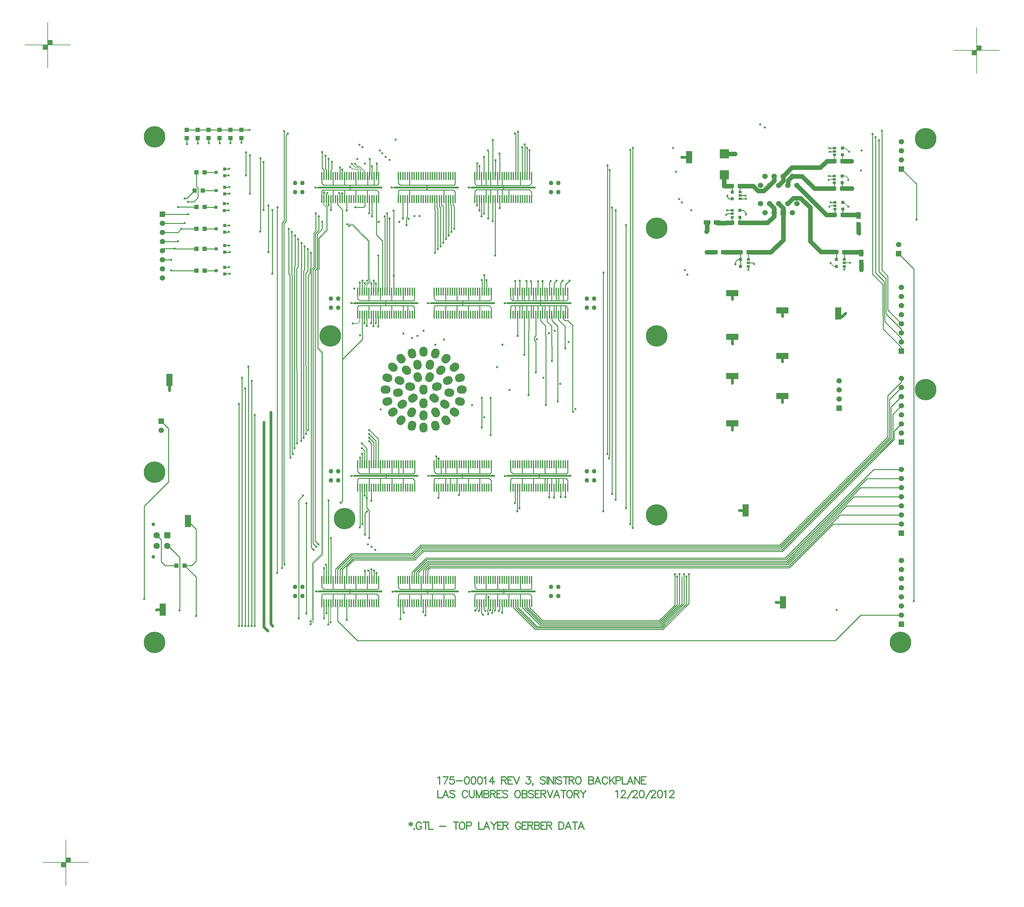
<source format=gtl>
%FSLAX23Y23*%
%MOIN*%
G70*
G01*
G75*
G04 Layer_Physical_Order=1*
G04 Layer_Color=255*
%ADD10R,0.037X0.035*%
%ADD11R,0.037X0.035*%
%ADD12R,0.070X0.135*%
%ADD13R,0.036X0.036*%
%ADD14R,0.036X0.028*%
%ADD15R,0.100X0.100*%
%ADD16R,0.078X0.048*%
%ADD17R,0.050X0.050*%
%ADD18R,0.050X0.050*%
%ADD19R,0.016X0.085*%
%ADD20R,0.709X0.020*%
%ADD21R,0.048X0.078*%
%ADD22R,0.135X0.070*%
%ADD23C,0.010*%
%ADD24C,0.030*%
%ADD25C,0.050*%
%ADD26C,0.006*%
%ADD27C,0.012*%
%ADD28C,0.008*%
%ADD29C,0.012*%
%ADD30C,0.012*%
%ADD31C,0.050*%
%ADD32O,0.090X0.110*%
G04:AMPARAMS|DCode=33|XSize=90mil|YSize=110mil|CornerRadius=0mil|HoleSize=0mil|Usage=FLASHONLY|Rotation=231.428|XOffset=0mil|YOffset=0mil|HoleType=Round|Shape=Round|*
%AMOVALD33*
21,1,0.020,0.090,0.000,0.000,321.4*
1,1,0.090,-0.008,0.006*
1,1,0.090,0.008,-0.006*
%
%ADD33OVALD33*%

G04:AMPARAMS|DCode=34|XSize=90mil|YSize=110mil|CornerRadius=0mil|HoleSize=0mil|Usage=FLASHONLY|Rotation=282.856|XOffset=0mil|YOffset=0mil|HoleType=Round|Shape=Round|*
%AMOVALD34*
21,1,0.020,0.090,0.000,0.000,12.9*
1,1,0.090,-0.010,-0.002*
1,1,0.090,0.010,0.002*
%
%ADD34OVALD34*%

G04:AMPARAMS|DCode=35|XSize=90mil|YSize=110mil|CornerRadius=0mil|HoleSize=0mil|Usage=FLASHONLY|Rotation=334.284|XOffset=0mil|YOffset=0mil|HoleType=Round|Shape=Round|*
%AMOVALD35*
21,1,0.020,0.090,0.000,0.000,64.3*
1,1,0.090,-0.004,-0.009*
1,1,0.090,0.004,0.009*
%
%ADD35OVALD35*%

G04:AMPARAMS|DCode=36|XSize=90mil|YSize=110mil|CornerRadius=0mil|HoleSize=0mil|Usage=FLASHONLY|Rotation=25.712|XOffset=0mil|YOffset=0mil|HoleType=Round|Shape=Round|*
%AMOVALD36*
21,1,0.020,0.090,0.000,0.000,115.7*
1,1,0.090,0.004,-0.009*
1,1,0.090,-0.004,0.009*
%
%ADD36OVALD36*%

G04:AMPARAMS|DCode=37|XSize=90mil|YSize=110mil|CornerRadius=0mil|HoleSize=0mil|Usage=FLASHONLY|Rotation=77.140|XOffset=0mil|YOffset=0mil|HoleType=Round|Shape=Round|*
%AMOVALD37*
21,1,0.020,0.090,0.000,0.000,167.1*
1,1,0.090,0.010,-0.002*
1,1,0.090,-0.010,0.002*
%
%ADD37OVALD37*%

G04:AMPARAMS|DCode=38|XSize=90mil|YSize=110mil|CornerRadius=0mil|HoleSize=0mil|Usage=FLASHONLY|Rotation=128.568|XOffset=0mil|YOffset=0mil|HoleType=Round|Shape=Round|*
%AMOVALD38*
21,1,0.020,0.090,0.000,0.000,218.6*
1,1,0.090,0.008,0.006*
1,1,0.090,-0.008,-0.006*
%
%ADD38OVALD38*%

G04:AMPARAMS|DCode=39|XSize=90mil|YSize=110mil|CornerRadius=0mil|HoleSize=0mil|Usage=FLASHONLY|Rotation=207.692|XOffset=0mil|YOffset=0mil|HoleType=Round|Shape=Round|*
%AMOVALD39*
21,1,0.020,0.090,0.000,0.000,297.7*
1,1,0.090,-0.005,0.009*
1,1,0.090,0.005,-0.009*
%
%ADD39OVALD39*%

G04:AMPARAMS|DCode=40|XSize=90mil|YSize=110mil|CornerRadius=0mil|HoleSize=0mil|Usage=FLASHONLY|Rotation=235.384|XOffset=0mil|YOffset=0mil|HoleType=Round|Shape=Round|*
%AMOVALD40*
21,1,0.020,0.090,0.000,0.000,325.4*
1,1,0.090,-0.008,0.006*
1,1,0.090,0.008,-0.006*
%
%ADD40OVALD40*%

G04:AMPARAMS|DCode=41|XSize=90mil|YSize=110mil|CornerRadius=0mil|HoleSize=0mil|Usage=FLASHONLY|Rotation=263.076|XOffset=0mil|YOffset=0mil|HoleType=Round|Shape=Round|*
%AMOVALD41*
21,1,0.020,0.090,0.000,0.000,353.1*
1,1,0.090,-0.010,0.001*
1,1,0.090,0.010,-0.001*
%
%ADD41OVALD41*%

G04:AMPARAMS|DCode=42|XSize=90mil|YSize=110mil|CornerRadius=0mil|HoleSize=0mil|Usage=FLASHONLY|Rotation=290.768|XOffset=0mil|YOffset=0mil|HoleType=Round|Shape=Round|*
%AMOVALD42*
21,1,0.020,0.090,0.000,0.000,20.8*
1,1,0.090,-0.009,-0.004*
1,1,0.090,0.009,0.004*
%
%ADD42OVALD42*%

G04:AMPARAMS|DCode=43|XSize=90mil|YSize=110mil|CornerRadius=0mil|HoleSize=0mil|Usage=FLASHONLY|Rotation=318.460|XOffset=0mil|YOffset=0mil|HoleType=Round|Shape=Round|*
%AMOVALD43*
21,1,0.020,0.090,0.000,0.000,48.5*
1,1,0.090,-0.007,-0.007*
1,1,0.090,0.007,0.007*
%
%ADD43OVALD43*%

G04:AMPARAMS|DCode=44|XSize=90mil|YSize=110mil|CornerRadius=0mil|HoleSize=0mil|Usage=FLASHONLY|Rotation=346.152|XOffset=0mil|YOffset=0mil|HoleType=Round|Shape=Round|*
%AMOVALD44*
21,1,0.020,0.090,0.000,0.000,76.2*
1,1,0.090,-0.002,-0.010*
1,1,0.090,0.002,0.010*
%
%ADD44OVALD44*%

G04:AMPARAMS|DCode=45|XSize=90mil|YSize=110mil|CornerRadius=0mil|HoleSize=0mil|Usage=FLASHONLY|Rotation=13.844|XOffset=0mil|YOffset=0mil|HoleType=Round|Shape=Round|*
%AMOVALD45*
21,1,0.020,0.090,0.000,0.000,103.8*
1,1,0.090,0.002,-0.010*
1,1,0.090,-0.002,0.010*
%
%ADD45OVALD45*%

G04:AMPARAMS|DCode=46|XSize=90mil|YSize=110mil|CornerRadius=0mil|HoleSize=0mil|Usage=FLASHONLY|Rotation=41.536|XOffset=0mil|YOffset=0mil|HoleType=Round|Shape=Round|*
%AMOVALD46*
21,1,0.020,0.090,0.000,0.000,131.5*
1,1,0.090,0.007,-0.007*
1,1,0.090,-0.007,0.007*
%
%ADD46OVALD46*%

G04:AMPARAMS|DCode=47|XSize=90mil|YSize=110mil|CornerRadius=0mil|HoleSize=0mil|Usage=FLASHONLY|Rotation=69.228|XOffset=0mil|YOffset=0mil|HoleType=Round|Shape=Round|*
%AMOVALD47*
21,1,0.020,0.090,0.000,0.000,159.2*
1,1,0.090,0.009,-0.004*
1,1,0.090,-0.009,0.004*
%
%ADD47OVALD47*%

G04:AMPARAMS|DCode=48|XSize=90mil|YSize=110mil|CornerRadius=0mil|HoleSize=0mil|Usage=FLASHONLY|Rotation=96.920|XOffset=0mil|YOffset=0mil|HoleType=Round|Shape=Round|*
%AMOVALD48*
21,1,0.020,0.090,0.000,0.000,186.9*
1,1,0.090,0.010,0.001*
1,1,0.090,-0.010,-0.001*
%
%ADD48OVALD48*%

G04:AMPARAMS|DCode=49|XSize=90mil|YSize=110mil|CornerRadius=0mil|HoleSize=0mil|Usage=FLASHONLY|Rotation=124.612|XOffset=0mil|YOffset=0mil|HoleType=Round|Shape=Round|*
%AMOVALD49*
21,1,0.020,0.090,0.000,0.000,214.6*
1,1,0.090,0.008,0.006*
1,1,0.090,-0.008,-0.006*
%
%ADD49OVALD49*%

G04:AMPARAMS|DCode=50|XSize=90mil|YSize=110mil|CornerRadius=0mil|HoleSize=0mil|Usage=FLASHONLY|Rotation=152.304|XOffset=0mil|YOffset=0mil|HoleType=Round|Shape=Round|*
%AMOVALD50*
21,1,0.020,0.090,0.000,0.000,242.3*
1,1,0.090,0.005,0.009*
1,1,0.090,-0.005,-0.009*
%
%ADD50OVALD50*%

G04:AMPARAMS|DCode=51|XSize=90mil|YSize=110mil|CornerRadius=0mil|HoleSize=0mil|Usage=FLASHONLY|Rotation=198.000|XOffset=0mil|YOffset=0mil|HoleType=Round|Shape=Round|*
%AMOVALD51*
21,1,0.020,0.090,0.000,0.000,288.0*
1,1,0.090,-0.003,0.010*
1,1,0.090,0.003,-0.010*
%
%ADD51OVALD51*%

G04:AMPARAMS|DCode=52|XSize=90mil|YSize=110mil|CornerRadius=0mil|HoleSize=0mil|Usage=FLASHONLY|Rotation=216.000|XOffset=0mil|YOffset=0mil|HoleType=Round|Shape=Round|*
%AMOVALD52*
21,1,0.020,0.090,0.000,0.000,306.0*
1,1,0.090,-0.006,0.008*
1,1,0.090,0.006,-0.008*
%
%ADD52OVALD52*%

G04:AMPARAMS|DCode=53|XSize=90mil|YSize=110mil|CornerRadius=0mil|HoleSize=0mil|Usage=FLASHONLY|Rotation=234.000|XOffset=0mil|YOffset=0mil|HoleType=Round|Shape=Round|*
%AMOVALD53*
21,1,0.020,0.090,0.000,0.000,324.0*
1,1,0.090,-0.008,0.006*
1,1,0.090,0.008,-0.006*
%
%ADD53OVALD53*%

G04:AMPARAMS|DCode=54|XSize=90mil|YSize=110mil|CornerRadius=0mil|HoleSize=0mil|Usage=FLASHONLY|Rotation=252.000|XOffset=0mil|YOffset=0mil|HoleType=Round|Shape=Round|*
%AMOVALD54*
21,1,0.020,0.090,0.000,0.000,342.0*
1,1,0.090,-0.010,0.003*
1,1,0.090,0.010,-0.003*
%
%ADD54OVALD54*%

%ADD55O,0.110X0.090*%
G04:AMPARAMS|DCode=56|XSize=90mil|YSize=110mil|CornerRadius=0mil|HoleSize=0mil|Usage=FLASHONLY|Rotation=288.000|XOffset=0mil|YOffset=0mil|HoleType=Round|Shape=Round|*
%AMOVALD56*
21,1,0.020,0.090,0.000,0.000,18.0*
1,1,0.090,-0.010,-0.003*
1,1,0.090,0.010,0.003*
%
%ADD56OVALD56*%

G04:AMPARAMS|DCode=57|XSize=90mil|YSize=110mil|CornerRadius=0mil|HoleSize=0mil|Usage=FLASHONLY|Rotation=306.000|XOffset=0mil|YOffset=0mil|HoleType=Round|Shape=Round|*
%AMOVALD57*
21,1,0.020,0.090,0.000,0.000,36.0*
1,1,0.090,-0.008,-0.006*
1,1,0.090,0.008,0.006*
%
%ADD57OVALD57*%

G04:AMPARAMS|DCode=58|XSize=90mil|YSize=110mil|CornerRadius=0mil|HoleSize=0mil|Usage=FLASHONLY|Rotation=324.000|XOffset=0mil|YOffset=0mil|HoleType=Round|Shape=Round|*
%AMOVALD58*
21,1,0.020,0.090,0.000,0.000,54.0*
1,1,0.090,-0.006,-0.008*
1,1,0.090,0.006,0.008*
%
%ADD58OVALD58*%

G04:AMPARAMS|DCode=59|XSize=90mil|YSize=110mil|CornerRadius=0mil|HoleSize=0mil|Usage=FLASHONLY|Rotation=342.000|XOffset=0mil|YOffset=0mil|HoleType=Round|Shape=Round|*
%AMOVALD59*
21,1,0.020,0.090,0.000,0.000,72.0*
1,1,0.090,-0.003,-0.010*
1,1,0.090,0.003,0.010*
%
%ADD59OVALD59*%

%ADD60C,0.059*%
%ADD61R,0.059X0.059*%
%ADD62R,0.070X0.070*%
%ADD63C,0.070*%
%ADD64C,0.040*%
%ADD65C,0.236*%
%ADD66C,0.024*%
%ADD67C,0.010*%
D10*
X29882Y25531D02*
D03*
X29975Y25493D02*
D03*
X29882Y26611D02*
D03*
X29975Y26573D02*
D03*
X29882Y26411D02*
D03*
X29975Y26373D02*
D03*
X29882Y25991D02*
D03*
X29975Y25953D02*
D03*
X29876Y26228D02*
D03*
X29969Y26191D02*
D03*
X29882Y25771D02*
D03*
X29975Y25733D02*
D03*
D11*
X29975Y25568D02*
D03*
Y26648D02*
D03*
Y26448D02*
D03*
Y26028D02*
D03*
X29969Y26266D02*
D03*
X29975Y25808D02*
D03*
D12*
X35695Y22898D02*
D03*
X29569Y22781D02*
D03*
X36711Y25061D02*
D03*
X35075Y26778D02*
D03*
X29368Y24329D02*
D03*
X36105Y21888D02*
D03*
X29295Y21808D02*
D03*
D13*
X35632Y26118D02*
D03*
Y26192D02*
D03*
X35547Y26393D02*
D03*
Y26319D02*
D03*
X36691Y25652D02*
D03*
Y25578D02*
D03*
X36758Y26804D02*
D03*
Y26878D02*
D03*
X35638Y25652D02*
D03*
Y25578D02*
D03*
X36753Y26497D02*
D03*
Y26571D02*
D03*
X36759Y26207D02*
D03*
Y26281D02*
D03*
D14*
X35546Y26155D02*
D03*
Y26118D02*
D03*
Y26192D02*
D03*
X35633Y26356D02*
D03*
Y26393D02*
D03*
Y26319D02*
D03*
X36777Y25615D02*
D03*
Y25652D02*
D03*
Y25578D02*
D03*
X36672Y26841D02*
D03*
Y26804D02*
D03*
Y26878D02*
D03*
X35724Y25615D02*
D03*
Y25652D02*
D03*
Y25578D02*
D03*
X36667Y26534D02*
D03*
Y26497D02*
D03*
Y26571D02*
D03*
X36673Y26244D02*
D03*
Y26207D02*
D03*
Y26281D02*
D03*
D15*
X35459Y26584D02*
D03*
Y26814D02*
D03*
D16*
X35352Y25733D02*
D03*
X35462D02*
D03*
X35380Y26059D02*
D03*
X35270D02*
D03*
D17*
X30158Y26987D02*
D03*
Y27077D02*
D03*
X29558Y26987D02*
D03*
Y27077D02*
D03*
X29678Y26987D02*
D03*
Y27077D02*
D03*
X29798Y26987D02*
D03*
Y27077D02*
D03*
X29918Y26987D02*
D03*
Y27077D02*
D03*
X30038Y26987D02*
D03*
Y27077D02*
D03*
D18*
X36670Y26142D02*
D03*
X36760D02*
D03*
X29664Y26611D02*
D03*
X29754D02*
D03*
X29644Y26411D02*
D03*
X29734D02*
D03*
X29664Y25991D02*
D03*
X29754D02*
D03*
X29664Y26231D02*
D03*
X29754D02*
D03*
X29664Y25771D02*
D03*
X29754D02*
D03*
X29664Y25531D02*
D03*
X29754D02*
D03*
X29444Y22291D02*
D03*
X29534D02*
D03*
X35632Y26460D02*
D03*
X35542D02*
D03*
X36778Y25732D02*
D03*
X36688D02*
D03*
X36668Y26734D02*
D03*
X36758D02*
D03*
X35727Y25733D02*
D03*
X35637D02*
D03*
X36663Y26433D02*
D03*
X36753D02*
D03*
X35544Y26055D02*
D03*
X35634D02*
D03*
D19*
X31040Y22132D02*
D03*
Y21877D02*
D03*
X31065Y22132D02*
D03*
Y21877D02*
D03*
X31090Y22132D02*
D03*
Y21877D02*
D03*
X31115Y22132D02*
D03*
Y21877D02*
D03*
X31140Y22132D02*
D03*
Y21877D02*
D03*
X31165Y22132D02*
D03*
Y21877D02*
D03*
X31190Y22132D02*
D03*
Y21877D02*
D03*
X31215Y22132D02*
D03*
Y21877D02*
D03*
X31240Y22132D02*
D03*
Y21877D02*
D03*
X31265Y22132D02*
D03*
Y21877D02*
D03*
X31290Y22132D02*
D03*
Y21877D02*
D03*
X31315Y22132D02*
D03*
Y21877D02*
D03*
X31340Y22132D02*
D03*
Y21877D02*
D03*
X31365Y22132D02*
D03*
Y21877D02*
D03*
X31390Y22132D02*
D03*
Y21877D02*
D03*
X31415Y22132D02*
D03*
Y21877D02*
D03*
X31440Y22132D02*
D03*
Y21877D02*
D03*
X31465Y22132D02*
D03*
Y21877D02*
D03*
X31490Y22132D02*
D03*
Y21877D02*
D03*
X31515Y22132D02*
D03*
Y21877D02*
D03*
X31540Y22132D02*
D03*
Y21877D02*
D03*
X31565Y22132D02*
D03*
Y21877D02*
D03*
X31590Y22132D02*
D03*
Y21877D02*
D03*
X31615Y22132D02*
D03*
Y21877D02*
D03*
X31640Y22132D02*
D03*
Y21877D02*
D03*
X31665Y22132D02*
D03*
Y21877D02*
D03*
X31880Y22132D02*
D03*
Y21877D02*
D03*
X31905Y22132D02*
D03*
Y21877D02*
D03*
X31930Y22132D02*
D03*
Y21877D02*
D03*
X31955Y22132D02*
D03*
Y21877D02*
D03*
X31980Y22132D02*
D03*
Y21877D02*
D03*
X32005Y22132D02*
D03*
Y21877D02*
D03*
X32030Y22132D02*
D03*
Y21877D02*
D03*
X32055Y22132D02*
D03*
Y21877D02*
D03*
X32080Y22132D02*
D03*
Y21877D02*
D03*
X32105Y22132D02*
D03*
Y21877D02*
D03*
X32130Y22132D02*
D03*
Y21877D02*
D03*
X32155Y22132D02*
D03*
Y21877D02*
D03*
X32180Y22132D02*
D03*
Y21877D02*
D03*
X32205Y22132D02*
D03*
Y21877D02*
D03*
X32230Y22132D02*
D03*
Y21877D02*
D03*
X32255Y22132D02*
D03*
Y21877D02*
D03*
X32280Y22132D02*
D03*
Y21877D02*
D03*
X32305Y22132D02*
D03*
Y21877D02*
D03*
X32330Y22132D02*
D03*
Y21877D02*
D03*
X32355Y22132D02*
D03*
Y21877D02*
D03*
X32380Y22132D02*
D03*
Y21877D02*
D03*
X32405Y22132D02*
D03*
Y21877D02*
D03*
X32430Y22132D02*
D03*
Y21877D02*
D03*
X32455Y22132D02*
D03*
Y21877D02*
D03*
X32480Y22132D02*
D03*
Y21877D02*
D03*
X32505Y22132D02*
D03*
Y21877D02*
D03*
X32720Y22132D02*
D03*
Y21877D02*
D03*
X32745Y22132D02*
D03*
Y21877D02*
D03*
X32770Y22132D02*
D03*
Y21877D02*
D03*
X32795Y22132D02*
D03*
Y21877D02*
D03*
X32820Y22132D02*
D03*
Y21877D02*
D03*
X32845Y22132D02*
D03*
Y21877D02*
D03*
X32870Y22132D02*
D03*
Y21877D02*
D03*
X32895Y22132D02*
D03*
Y21877D02*
D03*
X32920Y22132D02*
D03*
Y21877D02*
D03*
X32945Y22132D02*
D03*
Y21877D02*
D03*
X32970Y22132D02*
D03*
Y21877D02*
D03*
X32995Y22132D02*
D03*
Y21877D02*
D03*
X33020Y22132D02*
D03*
Y21877D02*
D03*
X33045Y22132D02*
D03*
Y21877D02*
D03*
X33070Y22132D02*
D03*
Y21877D02*
D03*
X33095Y22132D02*
D03*
Y21877D02*
D03*
X33120Y22132D02*
D03*
Y21877D02*
D03*
X33145Y22132D02*
D03*
Y21877D02*
D03*
X33170Y22132D02*
D03*
Y21877D02*
D03*
X33195Y22132D02*
D03*
Y21877D02*
D03*
X33220Y22132D02*
D03*
Y21877D02*
D03*
X33245Y22132D02*
D03*
Y21877D02*
D03*
X33270Y22132D02*
D03*
Y21877D02*
D03*
X33295Y22132D02*
D03*
Y21877D02*
D03*
X33320Y22132D02*
D03*
Y21877D02*
D03*
X33345Y22132D02*
D03*
Y21877D02*
D03*
X31040Y26571D02*
D03*
Y26315D02*
D03*
X31065Y26571D02*
D03*
Y26315D02*
D03*
X31090Y26571D02*
D03*
Y26315D02*
D03*
X31115Y26571D02*
D03*
Y26315D02*
D03*
X31140Y26571D02*
D03*
Y26315D02*
D03*
X31165Y26571D02*
D03*
Y26315D02*
D03*
X31190Y26571D02*
D03*
Y26315D02*
D03*
X31215Y26571D02*
D03*
Y26315D02*
D03*
X31240Y26571D02*
D03*
Y26315D02*
D03*
X31265Y26571D02*
D03*
Y26315D02*
D03*
X31290Y26571D02*
D03*
Y26315D02*
D03*
X31315Y26571D02*
D03*
Y26315D02*
D03*
X31340Y26571D02*
D03*
Y26315D02*
D03*
X31365Y26571D02*
D03*
Y26315D02*
D03*
X31390Y26571D02*
D03*
Y26315D02*
D03*
X31415Y26571D02*
D03*
Y26315D02*
D03*
X31440Y26571D02*
D03*
Y26315D02*
D03*
X31465Y26571D02*
D03*
Y26315D02*
D03*
X31490Y26571D02*
D03*
Y26315D02*
D03*
X31515Y26571D02*
D03*
Y26315D02*
D03*
X31540Y26571D02*
D03*
Y26315D02*
D03*
X31565Y26571D02*
D03*
Y26315D02*
D03*
X31590Y26571D02*
D03*
Y26315D02*
D03*
X31615Y26571D02*
D03*
Y26315D02*
D03*
X31640Y26571D02*
D03*
Y26315D02*
D03*
X31665Y26571D02*
D03*
Y26315D02*
D03*
X31880Y26571D02*
D03*
Y26315D02*
D03*
X31905Y26571D02*
D03*
Y26315D02*
D03*
X31930Y26571D02*
D03*
Y26315D02*
D03*
X31955Y26571D02*
D03*
Y26315D02*
D03*
X31980Y26571D02*
D03*
Y26315D02*
D03*
X32005Y26571D02*
D03*
Y26315D02*
D03*
X32030Y26571D02*
D03*
Y26315D02*
D03*
X32055Y26571D02*
D03*
Y26315D02*
D03*
X32080Y26571D02*
D03*
Y26315D02*
D03*
X32105Y26571D02*
D03*
Y26315D02*
D03*
X32130Y26571D02*
D03*
Y26315D02*
D03*
X32155Y26571D02*
D03*
Y26315D02*
D03*
X32180Y26571D02*
D03*
Y26315D02*
D03*
X32205Y26571D02*
D03*
Y26315D02*
D03*
X32230Y26571D02*
D03*
Y26315D02*
D03*
X32255Y26571D02*
D03*
Y26315D02*
D03*
X32280Y26571D02*
D03*
Y26315D02*
D03*
X32305Y26571D02*
D03*
Y26315D02*
D03*
X32330Y26571D02*
D03*
Y26315D02*
D03*
X32355Y26571D02*
D03*
Y26315D02*
D03*
X32380Y26571D02*
D03*
Y26315D02*
D03*
X32405Y26571D02*
D03*
Y26315D02*
D03*
X32430Y26571D02*
D03*
Y26315D02*
D03*
X32455Y26571D02*
D03*
Y26315D02*
D03*
X32480Y26571D02*
D03*
Y26315D02*
D03*
X32505Y26571D02*
D03*
Y26315D02*
D03*
X32720Y26571D02*
D03*
Y26315D02*
D03*
X32745Y26571D02*
D03*
Y26315D02*
D03*
X32770Y26571D02*
D03*
Y26315D02*
D03*
X32795Y26571D02*
D03*
Y26315D02*
D03*
X32820Y26571D02*
D03*
Y26315D02*
D03*
X32845Y26571D02*
D03*
Y26315D02*
D03*
X32870Y26571D02*
D03*
Y26315D02*
D03*
X32895Y26571D02*
D03*
Y26315D02*
D03*
X32920Y26571D02*
D03*
Y26315D02*
D03*
X32945Y26571D02*
D03*
Y26315D02*
D03*
X32970Y26571D02*
D03*
Y26315D02*
D03*
X32995Y26571D02*
D03*
Y26315D02*
D03*
X33020Y26571D02*
D03*
Y26315D02*
D03*
X33045Y26571D02*
D03*
Y26315D02*
D03*
X33070Y26571D02*
D03*
Y26315D02*
D03*
X33095Y26571D02*
D03*
Y26315D02*
D03*
X33120Y26571D02*
D03*
Y26315D02*
D03*
X33145Y26571D02*
D03*
Y26315D02*
D03*
X33170Y26571D02*
D03*
Y26315D02*
D03*
X33195Y26571D02*
D03*
Y26315D02*
D03*
X33220Y26571D02*
D03*
Y26315D02*
D03*
X33245Y26571D02*
D03*
Y26315D02*
D03*
X33270Y26571D02*
D03*
Y26315D02*
D03*
X33295Y26571D02*
D03*
Y26315D02*
D03*
X33320Y26571D02*
D03*
Y26315D02*
D03*
X33345Y26571D02*
D03*
Y26315D02*
D03*
X33739Y23147D02*
D03*
Y23402D02*
D03*
X33714Y23147D02*
D03*
Y23402D02*
D03*
X33689Y23147D02*
D03*
Y23402D02*
D03*
X33664Y23147D02*
D03*
Y23402D02*
D03*
X33639Y23147D02*
D03*
Y23402D02*
D03*
X33614Y23147D02*
D03*
Y23402D02*
D03*
X33589Y23147D02*
D03*
Y23402D02*
D03*
X33564Y23147D02*
D03*
Y23402D02*
D03*
X33539Y23147D02*
D03*
Y23402D02*
D03*
X33514Y23147D02*
D03*
Y23402D02*
D03*
X33489Y23147D02*
D03*
Y23402D02*
D03*
X33464Y23147D02*
D03*
Y23402D02*
D03*
X33439Y23147D02*
D03*
Y23402D02*
D03*
X33414Y23147D02*
D03*
Y23402D02*
D03*
X33389Y23147D02*
D03*
Y23402D02*
D03*
X33364Y23147D02*
D03*
Y23402D02*
D03*
X33339Y23147D02*
D03*
Y23402D02*
D03*
X33314Y23147D02*
D03*
Y23402D02*
D03*
X33289Y23147D02*
D03*
Y23402D02*
D03*
X33264Y23147D02*
D03*
Y23402D02*
D03*
X33239Y23147D02*
D03*
Y23402D02*
D03*
X33214Y23147D02*
D03*
Y23402D02*
D03*
X33189Y23147D02*
D03*
Y23402D02*
D03*
X33164Y23147D02*
D03*
Y23402D02*
D03*
X33139Y23147D02*
D03*
Y23402D02*
D03*
X33114Y23147D02*
D03*
Y23402D02*
D03*
X32899Y23147D02*
D03*
Y23402D02*
D03*
X32874Y23147D02*
D03*
Y23402D02*
D03*
X32849Y23147D02*
D03*
Y23402D02*
D03*
X32824Y23147D02*
D03*
Y23402D02*
D03*
X32799Y23147D02*
D03*
Y23402D02*
D03*
X32774Y23147D02*
D03*
Y23402D02*
D03*
X32749Y23147D02*
D03*
Y23402D02*
D03*
X32724Y23147D02*
D03*
Y23402D02*
D03*
X32699Y23147D02*
D03*
Y23402D02*
D03*
X32674Y23147D02*
D03*
Y23402D02*
D03*
X32649Y23147D02*
D03*
Y23402D02*
D03*
X32624Y23147D02*
D03*
Y23402D02*
D03*
X32599Y23147D02*
D03*
Y23402D02*
D03*
X32574Y23147D02*
D03*
Y23402D02*
D03*
X32549Y23147D02*
D03*
Y23402D02*
D03*
X32524Y23147D02*
D03*
Y23402D02*
D03*
X32499Y23147D02*
D03*
Y23402D02*
D03*
X32474Y23147D02*
D03*
Y23402D02*
D03*
X32449Y23147D02*
D03*
Y23402D02*
D03*
X32424Y23147D02*
D03*
Y23402D02*
D03*
X32399Y23147D02*
D03*
Y23402D02*
D03*
X32374Y23147D02*
D03*
Y23402D02*
D03*
X32349Y23147D02*
D03*
Y23402D02*
D03*
X32324Y23147D02*
D03*
Y23402D02*
D03*
X32299Y23147D02*
D03*
Y23402D02*
D03*
X32274Y23147D02*
D03*
Y23402D02*
D03*
X32059Y23147D02*
D03*
Y23402D02*
D03*
X32034Y23147D02*
D03*
Y23402D02*
D03*
X32009Y23147D02*
D03*
Y23402D02*
D03*
X31984Y23147D02*
D03*
Y23402D02*
D03*
X31959Y23147D02*
D03*
Y23402D02*
D03*
X31934Y23147D02*
D03*
Y23402D02*
D03*
X31909Y23147D02*
D03*
Y23402D02*
D03*
X31884Y23147D02*
D03*
Y23402D02*
D03*
X31859Y23147D02*
D03*
Y23402D02*
D03*
X31834Y23147D02*
D03*
Y23402D02*
D03*
X31809Y23147D02*
D03*
Y23402D02*
D03*
X31784Y23147D02*
D03*
Y23402D02*
D03*
X31759Y23147D02*
D03*
Y23402D02*
D03*
X31734Y23147D02*
D03*
Y23402D02*
D03*
X31709Y23147D02*
D03*
Y23402D02*
D03*
X31684Y23147D02*
D03*
Y23402D02*
D03*
X31659Y23147D02*
D03*
Y23402D02*
D03*
X31634Y23147D02*
D03*
Y23402D02*
D03*
X31609Y23147D02*
D03*
Y23402D02*
D03*
X31584Y23147D02*
D03*
Y23402D02*
D03*
X31559Y23147D02*
D03*
Y23402D02*
D03*
X31534Y23147D02*
D03*
Y23402D02*
D03*
X31509Y23147D02*
D03*
Y23402D02*
D03*
X31484Y23147D02*
D03*
Y23402D02*
D03*
X31459Y23147D02*
D03*
Y23402D02*
D03*
X31434Y23147D02*
D03*
Y23402D02*
D03*
X33739Y25045D02*
D03*
Y25300D02*
D03*
X33714Y25045D02*
D03*
Y25300D02*
D03*
X33689Y25045D02*
D03*
Y25300D02*
D03*
X33664Y25045D02*
D03*
Y25300D02*
D03*
X33639Y25045D02*
D03*
Y25300D02*
D03*
X33614Y25045D02*
D03*
Y25300D02*
D03*
X33589Y25045D02*
D03*
Y25300D02*
D03*
X33564Y25045D02*
D03*
Y25300D02*
D03*
X33539Y25045D02*
D03*
Y25300D02*
D03*
X33514Y25045D02*
D03*
Y25300D02*
D03*
X33489Y25045D02*
D03*
Y25300D02*
D03*
X33464Y25045D02*
D03*
Y25300D02*
D03*
X33439Y25045D02*
D03*
Y25300D02*
D03*
X33414Y25045D02*
D03*
Y25300D02*
D03*
X33389Y25045D02*
D03*
Y25300D02*
D03*
X33364Y25045D02*
D03*
Y25300D02*
D03*
X33339Y25045D02*
D03*
Y25300D02*
D03*
X33314Y25045D02*
D03*
Y25300D02*
D03*
X33289Y25045D02*
D03*
Y25300D02*
D03*
X33264Y25045D02*
D03*
Y25300D02*
D03*
X33239Y25045D02*
D03*
Y25300D02*
D03*
X33214Y25045D02*
D03*
Y25300D02*
D03*
X33189Y25045D02*
D03*
Y25300D02*
D03*
X33164Y25045D02*
D03*
Y25300D02*
D03*
X33139Y25045D02*
D03*
Y25300D02*
D03*
X33114Y25045D02*
D03*
Y25300D02*
D03*
X32899Y25045D02*
D03*
Y25300D02*
D03*
X32874Y25045D02*
D03*
Y25300D02*
D03*
X32849Y25045D02*
D03*
Y25300D02*
D03*
X32824Y25045D02*
D03*
Y25300D02*
D03*
X32799Y25045D02*
D03*
Y25300D02*
D03*
X32774Y25045D02*
D03*
Y25300D02*
D03*
X32749Y25045D02*
D03*
Y25300D02*
D03*
X32724Y25045D02*
D03*
Y25300D02*
D03*
X32699Y25045D02*
D03*
Y25300D02*
D03*
X32674Y25045D02*
D03*
Y25300D02*
D03*
X32649Y25045D02*
D03*
Y25300D02*
D03*
X32624Y25045D02*
D03*
Y25300D02*
D03*
X32599Y25045D02*
D03*
Y25300D02*
D03*
X32574Y25045D02*
D03*
Y25300D02*
D03*
X32549Y25045D02*
D03*
Y25300D02*
D03*
X32524Y25045D02*
D03*
Y25300D02*
D03*
X32499Y25045D02*
D03*
Y25300D02*
D03*
X32474Y25045D02*
D03*
Y25300D02*
D03*
X32449Y25045D02*
D03*
Y25300D02*
D03*
X32424Y25045D02*
D03*
Y25300D02*
D03*
X32399Y25045D02*
D03*
Y25300D02*
D03*
X32374Y25045D02*
D03*
Y25300D02*
D03*
X32349Y25045D02*
D03*
Y25300D02*
D03*
X32324Y25045D02*
D03*
Y25300D02*
D03*
X32299Y25045D02*
D03*
Y25300D02*
D03*
X32274Y25045D02*
D03*
Y25300D02*
D03*
X32058Y25045D02*
D03*
Y25300D02*
D03*
X32033Y25045D02*
D03*
Y25300D02*
D03*
X32008Y25045D02*
D03*
Y25300D02*
D03*
X31983Y25045D02*
D03*
Y25300D02*
D03*
X31958Y25045D02*
D03*
Y25300D02*
D03*
X31933Y25045D02*
D03*
Y25300D02*
D03*
X31908Y25045D02*
D03*
Y25300D02*
D03*
X31883Y25045D02*
D03*
Y25300D02*
D03*
X31858Y25045D02*
D03*
Y25300D02*
D03*
X31833Y25045D02*
D03*
Y25300D02*
D03*
X31808Y25045D02*
D03*
Y25300D02*
D03*
X31783Y25045D02*
D03*
Y25300D02*
D03*
X31758Y25045D02*
D03*
Y25300D02*
D03*
X31733Y25045D02*
D03*
Y25300D02*
D03*
X31708Y25045D02*
D03*
Y25300D02*
D03*
X31683Y25045D02*
D03*
Y25300D02*
D03*
X31658Y25045D02*
D03*
Y25300D02*
D03*
X31633Y25045D02*
D03*
Y25300D02*
D03*
X31608Y25045D02*
D03*
Y25300D02*
D03*
X31583Y25045D02*
D03*
Y25300D02*
D03*
X31558Y25045D02*
D03*
Y25300D02*
D03*
X31533Y25045D02*
D03*
Y25300D02*
D03*
X31508Y25045D02*
D03*
Y25300D02*
D03*
X31483Y25045D02*
D03*
Y25300D02*
D03*
X31458Y25045D02*
D03*
Y25300D02*
D03*
X31433Y25045D02*
D03*
Y25300D02*
D03*
D20*
X31352Y22005D02*
D03*
X32192D02*
D03*
X33033D02*
D03*
X31352Y26443D02*
D03*
X32192D02*
D03*
X33033D02*
D03*
X33426Y23275D02*
D03*
X32586D02*
D03*
X31746D02*
D03*
X33426Y25173D02*
D03*
X32586D02*
D03*
X31746D02*
D03*
D21*
X36933Y26027D02*
D03*
Y26137D02*
D03*
X36963Y25723D02*
D03*
Y25613D02*
D03*
D22*
X35548Y24374D02*
D03*
Y23854D02*
D03*
X36098Y25094D02*
D03*
X35548Y25284D02*
D03*
X36098Y24594D02*
D03*
X35548Y24804D02*
D03*
X36098Y24154D02*
D03*
D23*
X35482Y26143D02*
X35494Y26155D01*
X35546D01*
X36616Y26836D02*
X36667D01*
X36672Y26841D01*
X35692Y26356D02*
X35694Y26354D01*
X35633Y26356D02*
X35692D01*
X33145Y21829D02*
Y21877D01*
Y21829D02*
X33385Y21589D01*
X33170Y21829D02*
Y21877D01*
Y21829D02*
X33394Y21605D01*
X33195Y21829D02*
Y21877D01*
Y21829D02*
X33403Y21621D01*
X33245Y21829D02*
Y21877D01*
Y21829D02*
X33437Y21637D01*
X33270Y21829D02*
Y21877D01*
Y21829D02*
X33446Y21653D01*
X33295Y21829D02*
Y21877D01*
Y21829D02*
X33455Y21669D01*
X33320Y21829D02*
Y21877D01*
Y21829D02*
X33464Y21685D01*
X33385Y21589D02*
X34783D01*
X33394Y21605D02*
X34777D01*
X33403Y21621D02*
X34770D01*
X33437Y21637D02*
X34763D01*
X33446Y21653D02*
X34757D01*
X33455Y21669D02*
X34750D01*
X33464Y21685D02*
X34744D01*
X34783Y21589D02*
X35069Y21874D01*
X34777Y21605D02*
X35043Y21871D01*
X34770Y21621D02*
X35018Y21869D01*
Y22195D01*
X34763Y21637D02*
X34993Y21866D01*
Y22170D01*
X34757Y21653D02*
X34967Y21863D01*
X34750Y21669D02*
X34942Y21860D01*
X34744Y21685D02*
X34916Y21857D01*
X35069Y21874D02*
Y22195D01*
X35043Y21871D02*
Y22170D01*
X34916Y21857D02*
Y22195D01*
X34942Y21860D02*
Y22170D01*
X34967Y21863D02*
Y22195D01*
X35492Y26193D02*
X35493Y26192D01*
X35546D01*
X36776Y25544D02*
X36777Y25545D01*
Y25578D01*
X35723Y25539D02*
Y25577D01*
X35724Y25578D01*
X36627Y26281D02*
X36673D01*
X35695Y26319D02*
X35696Y26320D01*
X35633Y26319D02*
X35695D01*
X36607Y26570D02*
X36608Y26571D01*
X36667D01*
X36612Y26877D02*
X36613Y26878D01*
X36672D01*
X35510Y26319D02*
X35547D01*
X35493Y26336D02*
X35510Y26319D01*
X35493Y26336D02*
Y26353D01*
X35697Y26148D02*
Y26164D01*
X35669Y26192D02*
X35697Y26164D01*
X35632Y26192D02*
X35669D01*
X35632Y26057D02*
X35634Y26055D01*
X35632Y26057D02*
Y26118D01*
X35544Y26116D02*
X35546Y26118D01*
X35544Y26055D02*
Y26116D01*
X35638Y25578D02*
Y25652D01*
X35608D02*
X35638D01*
X35580Y25624D02*
X35608Y25652D01*
X35580Y25601D02*
Y25624D01*
X35775Y25615D02*
X35788Y25602D01*
X35724Y25615D02*
X35775D01*
X35724Y25730D02*
X35727Y25733D01*
X35724Y25652D02*
Y25730D01*
X35637Y25653D02*
Y25733D01*
Y25653D02*
X35638Y25652D01*
X36688Y25732D02*
X36691Y25729D01*
Y25652D02*
Y25729D01*
X36777Y25731D02*
X36778Y25732D01*
X36777Y25652D02*
Y25731D01*
X36663Y26433D02*
X36667Y26437D01*
Y26497D01*
X36753Y26433D02*
Y26497D01*
X36670Y26142D02*
X36673Y26145D01*
Y26207D01*
X36759Y26143D02*
X36760Y26142D01*
X36759Y26143D02*
Y26207D01*
X35542Y26460D02*
X35547Y26455D01*
Y26393D02*
Y26455D01*
X35632Y26394D02*
X35633Y26393D01*
X35632Y26394D02*
Y26460D01*
X31315Y21694D02*
X31315Y21694D01*
Y21877D01*
X37325Y23767D02*
X37405Y23848D01*
X37325Y23675D02*
Y23767D01*
X36098Y22448D02*
X37325Y23675D01*
X32156Y22448D02*
X36098D01*
X32061Y22353D02*
X32156Y22448D01*
X31392Y22353D02*
X32061D01*
X31315Y22275D02*
X31392Y22353D01*
X31315Y22132D02*
Y22275D01*
X31268Y24556D02*
Y24556D01*
Y22999D02*
Y24556D01*
X33264Y24953D02*
X33264Y24953D01*
X33264Y24608D02*
Y24953D01*
X33565Y24704D02*
X33568Y24702D01*
Y24537D02*
Y24702D01*
X33374Y24801D02*
X33389Y24816D01*
X33374Y24765D02*
Y24801D01*
Y24765D02*
X33389Y24750D01*
Y24414D02*
Y24750D01*
X33312Y24870D02*
X33314Y24872D01*
X33312Y24162D02*
Y24870D01*
X33497Y24825D02*
X33500Y24823D01*
Y24053D02*
Y24823D01*
X33795Y23985D02*
X33802Y23979D01*
X33711Y24677D02*
Y24917D01*
X33189Y24862D02*
X33189Y24862D01*
X33189Y24812D02*
Y24862D01*
X30304Y23946D02*
X30304Y23945D01*
Y21626D02*
Y23945D01*
X30269Y24320D02*
X30271Y24321D01*
X30269Y21626D02*
Y24320D01*
X30233Y24475D02*
X30234Y24473D01*
Y21626D02*
Y24473D01*
X30198Y24237D02*
X30199Y24235D01*
Y21626D02*
Y24235D01*
X32914Y21770D02*
Y21808D01*
X30164Y24354D02*
X30164Y24353D01*
Y21626D02*
Y24353D01*
X31268Y24556D02*
Y26201D01*
X31483Y24833D02*
Y25045D01*
X31268Y24556D02*
X31487Y24775D01*
Y24829D01*
X31483Y24833D02*
X31487Y24829D01*
X32178Y21744D02*
X32180Y21745D01*
Y21877D01*
X37405Y26648D02*
X37571Y26482D01*
Y26090D02*
Y26482D01*
X32744Y26246D02*
X32745Y26247D01*
Y26315D01*
X37087Y26892D02*
Y27033D01*
Y26855D02*
Y26892D01*
X37122Y25505D02*
Y26996D01*
X37157Y25520D02*
Y26963D01*
X37192Y26870D02*
Y27067D01*
Y25534D02*
Y26870D01*
X37087Y25491D02*
Y26855D01*
X35855Y27137D02*
X35856Y27136D01*
X35905Y27102D02*
X35906Y27101D01*
X31065Y26390D02*
X31065Y26391D01*
X31065Y26315D02*
Y26390D01*
X31090Y26374D02*
X31099Y26384D01*
X31090Y26315D02*
Y26374D01*
X31239Y26571D02*
Y26663D01*
Y26571D02*
X31240Y26571D01*
X31264Y26640D02*
X31265Y26639D01*
Y26571D02*
Y26639D01*
X31229Y26381D02*
Y26382D01*
Y26381D02*
X31239Y26371D01*
Y26316D02*
Y26371D01*
Y26316D02*
X31240Y26315D01*
X31265D02*
Y26379D01*
X31264Y26380D02*
X31265Y26379D01*
X31051Y26417D02*
X31352D01*
X31165Y26315D02*
Y26416D01*
X31352Y26417D02*
X31642D01*
X31540Y26315D02*
Y26417D01*
X31415Y26315D02*
Y26416D01*
X31290Y26315D02*
Y26417D01*
X37253Y25100D02*
Y25473D01*
X37235Y25058D02*
Y25442D01*
X37217Y25042D02*
Y25410D01*
X37192Y25534D02*
X37253Y25473D01*
X37157Y25520D02*
X37235Y25442D01*
X37122Y25505D02*
X37217Y25410D01*
X37087Y25491D02*
X37199Y25379D01*
X37203Y24890D02*
Y25031D01*
Y24890D02*
X37405Y24688D01*
Y24648D02*
Y24688D01*
X37217Y25042D02*
X37221Y25038D01*
Y24972D02*
Y25038D01*
Y24972D02*
X37405Y24788D01*
X37199Y25035D02*
Y25379D01*
Y25035D02*
X37203Y25031D01*
X37405Y24748D02*
Y24788D01*
X37235Y25058D02*
X37405Y24888D01*
Y24848D02*
Y24888D01*
X37253Y25100D02*
X37405Y24948D01*
X31615Y26470D02*
X31616Y26469D01*
X31653D01*
X31352D02*
X31616D01*
X31615Y26470D02*
Y26571D01*
X31544Y26469D02*
Y26566D01*
X31540Y26571D02*
X31544Y26566D01*
X31415Y26469D02*
Y26571D01*
X31062Y26469D02*
X31352D01*
X31290Y26469D02*
Y26571D01*
X31165Y26469D02*
Y26571D01*
X30246Y27077D02*
X30247Y27078D01*
X29558Y27077D02*
X30246D01*
X31115Y26250D02*
Y26315D01*
X31114Y26251D02*
Y26251D01*
Y26251D02*
X31115Y26250D01*
X31140Y26196D02*
X31140Y26196D01*
X31140Y26196D02*
Y26315D01*
X31150Y26646D02*
Y26726D01*
X31045Y26656D02*
Y26832D01*
X31080Y26646D02*
Y26794D01*
X31115Y26571D02*
Y26761D01*
X31140Y26571D02*
Y26636D01*
X31065Y26571D02*
Y26636D01*
X31090Y26571D02*
Y26636D01*
X31140Y26636D02*
X31150Y26646D01*
X31045Y26656D02*
X31065Y26636D01*
X31080Y26646D02*
X31090Y26636D01*
X32870Y21947D02*
X32870Y21948D01*
X32870Y21877D02*
Y21947D01*
X32911Y21770D02*
X32914D01*
X30129Y21626D02*
Y24066D01*
X31584Y23002D02*
Y23147D01*
X31534Y23034D02*
Y23146D01*
X31534Y23147D02*
X31534Y23146D01*
X31565Y26571D02*
X31566Y26572D01*
Y26758D01*
X31458Y24823D02*
X31462Y24819D01*
X31509Y23059D02*
X31509D01*
X31509Y23059D02*
X31509Y23059D01*
X31509Y23059D02*
Y23147D01*
X31484Y22748D02*
Y23146D01*
X31484Y23147D02*
X31484Y23146D01*
Y22748D02*
X31486D01*
X34427Y22749D02*
X34428Y22748D01*
X34427Y22749D02*
Y26855D01*
X33322Y26573D02*
Y26854D01*
X33320Y26571D02*
X33322Y26573D01*
X33295Y26571D02*
X33295Y26571D01*
Y26881D01*
X34455Y26879D02*
X34456Y26880D01*
X34455Y22704D02*
Y26879D01*
X31457Y22709D02*
X31459Y22710D01*
Y23147D01*
X32794Y26315D02*
X32795Y26315D01*
X32794Y26127D02*
Y26315D01*
X32820Y26159D02*
Y26315D01*
Y26159D02*
X32821Y26158D01*
X32867Y26313D02*
X32870Y26315D01*
X32867Y26102D02*
Y26313D01*
X32918Y26314D02*
X32920Y26315D01*
X32918Y26072D02*
Y26314D01*
X32916Y26574D02*
X32920Y26571D01*
X32916Y26574D02*
Y26967D01*
X32945Y26571D02*
X32946Y26572D01*
Y26744D01*
X32943Y26314D02*
X32945Y26315D01*
X32943Y25696D02*
Y26314D01*
X31659Y25695D02*
X31660Y25696D01*
X31659Y25301D02*
Y25695D01*
X31658Y25300D02*
X31659Y25301D01*
X32820Y26571D02*
Y26778D01*
X32819Y26779D02*
X32820Y26778D01*
X31633Y25389D02*
X31634Y25390D01*
X31633Y25300D02*
Y25389D01*
X32995Y26571D02*
Y26814D01*
X32992Y26817D02*
X32995Y26814D01*
X31609Y25301D02*
Y25419D01*
X31608Y25300D02*
X31609Y25301D01*
X32870Y26571D02*
Y26846D01*
X32865Y26851D02*
X32870Y26846D01*
X31583Y25390D02*
X31584Y25391D01*
X31583Y25300D02*
Y25390D01*
X31592Y26573D02*
Y26675D01*
X31534Y25422D02*
X31536Y25420D01*
X31640Y26571D02*
X31643Y26574D01*
Y26708D01*
X33242Y26573D02*
X33245Y26571D01*
X33242Y26573D02*
Y26886D01*
X31484Y25418D02*
X31486Y25420D01*
X31484Y25301D02*
Y25418D01*
X31483Y25300D02*
X31484Y25301D01*
X33270Y26571D02*
Y26913D01*
X33267Y26916D02*
X33270Y26913D01*
X31457Y25399D02*
X31458Y25398D01*
Y25300D02*
Y25398D01*
X31315Y26189D02*
Y26315D01*
Y26189D02*
X31315Y26189D01*
X31828D02*
X31829Y26188D01*
Y25304D02*
Y26188D01*
Y25304D02*
X31833Y25300D01*
X31931Y26103D02*
Y26314D01*
X31783Y26102D02*
X31783Y26102D01*
X31783Y25300D02*
Y26102D01*
X31561Y26312D02*
X31565Y26315D01*
X31561Y26159D02*
Y26312D01*
X31757Y26160D02*
X31758Y26159D01*
Y25300D02*
Y26159D01*
X31589Y26315D02*
X31590Y26315D01*
X31589Y26127D02*
Y26315D01*
X31733Y25300D02*
Y26127D01*
X31640Y25924D02*
X31708Y25856D01*
X31633Y25300D02*
X31634Y25301D01*
X31659Y24917D02*
Y25044D01*
X31658Y25045D02*
X31659Y25044D01*
X31633Y24953D02*
Y25045D01*
Y24953D02*
X31633Y24953D01*
X31608Y24920D02*
X31608Y24920D01*
X31608Y24920D02*
Y25045D01*
X31582Y24954D02*
X31583Y24955D01*
Y25045D01*
X31533Y24924D02*
X31533Y24924D01*
X31533Y24924D02*
Y25045D01*
X31508Y24953D02*
Y25045D01*
X32315Y25765D02*
Y26209D01*
X30851Y25540D02*
Y25795D01*
X32375Y25835D02*
Y26234D01*
X30781Y25569D02*
Y25876D01*
X32435Y25917D02*
Y26249D01*
X30711Y25483D02*
Y25955D01*
X30740Y24429D02*
Y25577D01*
X30765Y24440D02*
Y25553D01*
X30815Y24460D02*
Y25553D01*
X30840Y23692D02*
Y25529D01*
X30865Y24481D02*
Y25504D01*
X30676Y25493D02*
Y25990D01*
Y25493D02*
X30690Y25480D01*
X30711Y25483D02*
X30715Y25480D01*
X30740Y25577D02*
X30746Y25584D01*
Y25917D01*
X30765Y25553D02*
X30781Y25569D01*
X30815Y25553D02*
X30816Y25555D01*
X30840Y25529D02*
X30851Y25540D01*
X30865Y25504D02*
X30886Y25526D01*
Y25765D01*
X32480Y26254D02*
Y26315D01*
X32455Y26254D02*
Y26315D01*
X32430Y26254D02*
Y26315D01*
X32280Y26202D02*
Y26315D01*
X32305Y26219D02*
Y26315D01*
X32330Y26237D02*
Y26315D01*
X32355Y26254D02*
Y26315D01*
X32405Y25876D02*
Y26315D01*
X32495Y25989D02*
Y26239D01*
X32480Y26254D02*
X32495Y26239D01*
X32455Y26254D02*
X32465Y26244D01*
Y25956D02*
Y26244D01*
X32430Y26254D02*
X32435Y26249D01*
X32280Y26202D02*
X32285Y26197D01*
Y25727D02*
Y26197D01*
X32305Y26219D02*
X32315Y26209D01*
X32330Y26237D02*
X32345Y26222D01*
Y25795D02*
Y26222D01*
X32355Y26254D02*
X32375Y26234D01*
X30715Y23524D02*
Y25480D01*
X30690Y23486D02*
Y25480D01*
X30890Y23779D02*
Y25480D01*
X31509Y23402D02*
Y23554D01*
X31459Y23402D02*
Y23478D01*
X31659Y23402D02*
Y23682D01*
X31634Y23402D02*
Y23659D01*
X31609Y23402D02*
Y23644D01*
X31534Y23402D02*
Y23578D01*
X31584Y23402D02*
Y23633D01*
X32823Y25300D02*
X32824Y25300D01*
X32823Y25300D02*
Y25479D01*
X33714Y25374D02*
X33759Y25420D01*
X33714Y25300D02*
Y25374D01*
X33664Y25397D02*
X33685Y25419D01*
X33664Y25300D02*
Y25397D01*
X33589Y25389D02*
X33618Y25419D01*
X33589Y25300D02*
Y25389D01*
X33539Y25402D02*
X33554Y25418D01*
X33539Y25300D02*
Y25402D01*
X33464Y25415D02*
X33465Y25417D01*
X33464Y25300D02*
Y25415D01*
X33413Y25414D02*
X33414Y25414D01*
Y25300D02*
Y25414D01*
X32797Y23806D02*
Y24132D01*
X33795Y23985D02*
Y24929D01*
X33742Y24982D02*
X33795Y24929D01*
X33708Y24982D02*
X33742D01*
X33693Y24998D02*
X33708Y24982D01*
X33693Y24998D02*
Y25041D01*
X33689Y25045D02*
X33693Y25041D01*
X33639Y24990D02*
X33711Y24917D01*
X33639Y24990D02*
Y25045D01*
X33632Y24095D02*
Y24919D01*
X33568Y24983D02*
X33632Y24919D01*
X33568Y24983D02*
Y25041D01*
X33564Y25045D02*
X33568Y25041D01*
X33565Y24704D02*
Y24921D01*
X33514Y24973D02*
X33565Y24921D01*
X33514Y24973D02*
Y25045D01*
X33497Y24825D02*
Y24924D01*
X33439Y24983D02*
X33497Y24924D01*
X33439Y24983D02*
Y25045D01*
X33389Y24816D02*
Y25045D01*
X33314Y24872D02*
Y25045D01*
X33264Y24953D02*
Y25045D01*
X33189Y24862D02*
Y25045D01*
X32893Y23722D02*
X32894Y23723D01*
Y24132D01*
X33338Y25414D02*
X33339Y25414D01*
Y25300D02*
Y25414D01*
X33288Y25415D02*
X33289Y25415D01*
Y25300D02*
Y25415D01*
X33213Y25420D02*
X33214Y25420D01*
Y25300D02*
Y25420D01*
X33164Y25416D02*
X33164Y25417D01*
X33164Y25300D02*
Y25416D01*
X32848Y25426D02*
X32849Y25426D01*
Y25300D02*
Y25426D01*
X32798Y25426D02*
X32799Y25426D01*
Y25300D02*
Y25426D01*
X33714Y23042D02*
Y23147D01*
X33663Y23044D02*
X33664Y23044D01*
Y23147D01*
X33589Y23038D02*
X33589Y23038D01*
X33589Y23038D02*
Y23147D01*
X33537Y23040D02*
Y23146D01*
X32656Y22004D02*
X32657Y22005D01*
X33033D01*
X33036Y21979D02*
X33323D01*
X32732D02*
X33036D01*
Y22031D02*
X33333D01*
X32742D02*
X33036D01*
X31816Y22004D02*
X31817Y22005D01*
X32192D01*
X31891Y21979D02*
X32482D01*
X32199Y22031D02*
X32493D01*
X31902D02*
X32199D01*
X30976Y22005D02*
X30977Y22005D01*
X31051Y21979D02*
X31642D01*
X31347Y22031D02*
X31653D01*
X31062D02*
X31347D01*
X31363Y23274D02*
X31364Y23275D01*
X31746D01*
X31445Y23249D02*
X32036D01*
X31748Y23301D02*
X32047D01*
X31456D02*
X31748D01*
X32209Y23275D02*
X32209Y23275D01*
X32285Y23249D02*
X32876D01*
X32582Y23301D02*
X32887D01*
X32296D02*
X32582D01*
X33049Y23274D02*
X33050Y23275D01*
X33426D01*
X33426Y23249D02*
X33716D01*
X33125D02*
X33426D01*
Y23301D02*
X33727D01*
X33136D02*
X33426D01*
X33048Y25174D02*
X33049Y25173D01*
X33426D01*
X33439Y25199D02*
X33727D01*
X33136D02*
X33439D01*
X33125Y25147D02*
X33716D01*
X32204Y25173D02*
X32204Y25173D01*
X32586D01*
X32586Y25147D02*
X32876D01*
X32285D02*
X32586D01*
Y25199D02*
X32887D01*
X32296D02*
X32586D01*
X31365Y25173D02*
X31365Y25173D01*
X31445Y25147D02*
X32036D01*
X31741Y25199D02*
X32047D01*
X31456D02*
X31741D01*
X30970Y26443D02*
X30971Y26443D01*
X31352D01*
X31808Y26443D02*
X31809Y26443D01*
X32192D01*
X32194Y26417D02*
X32483D01*
X31892D02*
X32194D01*
Y26469D02*
X32493D01*
X31902D02*
X32194D01*
X32505Y26315D02*
Y26395D01*
X32483Y26417D02*
X32505Y26395D01*
X31880Y26406D02*
X31892Y26417D01*
X31880Y26315D02*
Y26406D01*
X32380Y26315D02*
Y26416D01*
X32005Y26315D02*
Y26416D01*
Y26470D02*
Y26571D01*
X33689Y25200D02*
Y25300D01*
X33639Y25200D02*
Y25300D01*
X33614Y25200D02*
Y25300D01*
X33564Y25200D02*
Y25300D01*
X33514Y25200D02*
Y25300D01*
X33489Y25200D02*
Y25300D01*
X33439Y25199D02*
Y25300D01*
X33389Y25200D02*
Y25300D01*
X33364Y25200D02*
Y25300D01*
X33314Y25200D02*
Y25300D01*
X33264Y25200D02*
Y25300D01*
X33239Y25200D02*
Y25300D01*
X33189Y25200D02*
Y25300D01*
X33139Y25200D02*
Y25300D01*
X32774Y25200D02*
Y25300D01*
X32649Y25200D02*
Y25300D01*
X32524Y25200D02*
Y25300D01*
X32399Y25200D02*
Y25300D01*
X31933Y25200D02*
Y25300D01*
X31808Y25200D02*
Y25300D01*
X31683Y25200D02*
Y25300D01*
X31558Y25200D02*
Y25300D01*
Y25045D02*
Y25145D01*
X31683Y25045D02*
Y25145D01*
X31808Y25045D02*
Y25145D01*
X31933Y25045D02*
Y25145D01*
X31983Y25045D02*
Y25145D01*
X32399Y25045D02*
Y25145D01*
X32524Y25045D02*
Y25145D01*
X32649Y25045D02*
Y25145D01*
X32774Y25045D02*
Y25145D01*
X33164Y25045D02*
Y25145D01*
X33214Y25045D02*
Y25145D01*
X33239Y25045D02*
Y25145D01*
X33289Y25045D02*
Y25145D01*
X33339Y25045D02*
Y25145D01*
X33364Y25045D02*
Y25145D01*
X33414Y25045D02*
Y25145D01*
X33464Y25045D02*
Y25145D01*
X33489Y25045D02*
Y25145D01*
X33539Y25045D02*
Y25145D01*
X33589Y25045D02*
Y25145D01*
X33614Y25045D02*
Y25145D01*
X33664Y25045D02*
Y25145D01*
X33714Y25045D02*
Y25145D01*
X33614Y23302D02*
Y23402D01*
X33489Y23302D02*
Y23402D01*
X33364Y23302D02*
Y23402D01*
X33239Y23302D02*
Y23402D01*
X32774Y23302D02*
Y23402D01*
X32649Y23302D02*
Y23402D01*
X32524Y23302D02*
Y23402D01*
X32399Y23302D02*
Y23402D01*
X32349Y23302D02*
Y23402D01*
X31934Y23302D02*
Y23402D01*
X31884Y23302D02*
Y23402D01*
X31809Y23302D02*
Y23402D01*
X31684Y23302D02*
Y23402D01*
X31559Y23302D02*
Y23402D01*
Y23147D02*
Y23247D01*
X31684Y23147D02*
Y23247D01*
X31809Y23147D02*
Y23247D01*
X31934Y23147D02*
Y23247D01*
X32399Y23147D02*
Y23247D01*
X32449Y23147D02*
Y23247D01*
X32524Y23147D02*
Y23247D01*
X32649Y23147D02*
Y23247D01*
X32774Y23147D02*
Y23247D01*
X33239Y23147D02*
Y23247D01*
X33364Y23147D02*
Y23247D01*
X33489Y23147D02*
Y23247D01*
X33514Y23147D02*
Y23247D01*
X33564Y23147D02*
Y23247D01*
X33614Y23147D02*
Y23247D01*
X33639Y23147D02*
Y23247D01*
X33689Y23147D02*
Y23247D01*
X32380Y22032D02*
Y22132D01*
X32255Y22032D02*
Y22132D01*
X32130Y22032D02*
Y22132D01*
X32005Y22032D02*
Y22132D01*
X31540Y22032D02*
Y22132D01*
X31415Y22032D02*
Y22132D01*
X31290Y22032D02*
Y22132D01*
X31165Y22032D02*
Y22132D01*
Y21877D02*
Y21977D01*
X31290Y21877D02*
Y21977D01*
X31415Y21877D02*
Y21977D01*
X31540Y21877D02*
Y21977D01*
X32005Y21877D02*
Y21977D01*
X32130Y21877D02*
Y21977D01*
X32255Y21877D02*
Y21977D01*
X32380Y21877D02*
Y21977D01*
X32845Y21877D02*
Y21977D01*
X32970Y21877D02*
Y21977D01*
X33095Y21877D02*
Y21977D01*
X33220Y21877D02*
Y21977D01*
Y22032D02*
Y22132D01*
X33095Y22032D02*
Y22132D01*
X32970Y22032D02*
Y22132D01*
X32845Y22032D02*
Y22132D01*
X33345Y22042D02*
Y22132D01*
X33333Y22031D02*
X33345Y22042D01*
X32720Y22053D02*
X32742Y22031D01*
X32720Y22053D02*
Y22132D01*
X32505Y22042D02*
Y22132D01*
X32493Y22031D02*
X32505Y22042D01*
X31880Y22053D02*
X31902Y22031D01*
X31880Y22053D02*
Y22132D01*
X31665Y22042D02*
Y22132D01*
X31653Y22031D02*
X31665Y22042D01*
X31040Y22053D02*
X31062Y22031D01*
X31040Y22053D02*
Y22132D01*
Y21877D02*
Y21967D01*
X31051Y21979D01*
X31642D02*
X31665Y21956D01*
Y21877D02*
Y21956D01*
X31880Y21877D02*
Y21967D01*
X31891Y21979D01*
X32482D02*
X32505Y21956D01*
Y21877D02*
Y21956D01*
X32720Y21877D02*
Y21967D01*
X32732Y21979D01*
X33323D02*
X33345Y21956D01*
Y21877D02*
Y21956D01*
X32274Y23147D02*
Y23237D01*
X32285Y23249D01*
X32876D02*
X32899Y23227D01*
Y23147D02*
Y23227D01*
X31434Y23147D02*
Y23237D01*
X31445Y23249D01*
X32036D02*
X32059Y23227D01*
Y23147D02*
Y23227D01*
Y23312D02*
Y23402D01*
X32047Y23301D02*
X32059Y23312D01*
X31434Y23323D02*
X31456Y23301D01*
X31434Y23323D02*
Y23402D01*
X32899Y23312D02*
Y23402D01*
X32887Y23301D02*
X32899Y23312D01*
X32274Y23323D02*
X32296Y23301D01*
X32274Y23323D02*
Y23402D01*
X33739Y23312D02*
Y23402D01*
X33727Y23301D02*
X33739Y23312D01*
X33114Y23323D02*
X33136Y23301D01*
X33114Y23323D02*
Y23402D01*
Y23147D02*
Y23237D01*
X33125Y23249D01*
X33716D02*
X33739Y23227D01*
Y23147D02*
Y23227D01*
X33114Y25045D02*
Y25135D01*
X33125Y25147D01*
X33716D02*
X33739Y25125D01*
Y25045D02*
Y25125D01*
Y25210D02*
Y25300D01*
X33727Y25199D02*
X33739Y25210D01*
X33114Y25221D02*
X33136Y25199D01*
X33114Y25221D02*
Y25300D01*
X32274Y25045D02*
Y25135D01*
X32285Y25147D01*
X32876D02*
X32899Y25125D01*
Y25045D02*
Y25125D01*
Y25210D02*
Y25300D01*
X32887Y25199D02*
X32899Y25210D01*
X32274Y25221D02*
X32296Y25199D01*
X32274Y25221D02*
Y25300D01*
X32058Y25210D02*
Y25300D01*
X32047Y25199D02*
X32058Y25210D01*
X31433Y25221D02*
X31456Y25199D01*
X31433Y25221D02*
Y25300D01*
Y25045D02*
Y25135D01*
X31445Y25147D01*
X32036D02*
X32058Y25125D01*
Y25045D02*
Y25125D01*
X31040Y26315D02*
Y26406D01*
X31051Y26417D01*
X31642D02*
X31665Y26395D01*
Y26315D02*
Y26395D01*
Y26480D02*
Y26571D01*
X31653Y26469D02*
X31665Y26480D01*
X31040Y26491D02*
X31062Y26469D01*
X31040Y26491D02*
Y26571D01*
X31880Y26491D02*
Y26571D01*
Y26491D02*
X31902Y26469D01*
X32493D02*
X32505Y26480D01*
Y26571D01*
X32655Y26443D02*
X32656Y26443D01*
X33033D01*
X32738Y26420D02*
X33319D01*
X33033Y26421D02*
Y26443D01*
X32845Y26315D02*
Y26419D01*
X32895Y26315D02*
Y26420D01*
X32970Y26315D02*
Y26420D01*
X33020Y26315D02*
Y26419D01*
X33095Y26315D02*
Y26418D01*
X33345Y26315D02*
Y26394D01*
X33319Y26420D02*
X33345Y26394D01*
X32720Y26402D02*
X32738Y26420D01*
X32720Y26315D02*
Y26402D01*
X32737Y26468D02*
X33319D01*
X33033Y26443D02*
Y26468D01*
X32795Y26469D02*
Y26571D01*
X32845Y26468D02*
Y26571D01*
X32895Y26469D02*
Y26571D01*
X32970Y26468D02*
Y26571D01*
X33020Y26469D02*
Y26571D01*
X33220Y26469D02*
Y26571D01*
X33345Y26494D02*
Y26571D01*
X33319Y26468D02*
X33345Y26494D01*
X32720Y26485D02*
X32737Y26468D01*
X32720Y26485D02*
Y26571D01*
X33164Y22977D02*
Y23147D01*
X33161Y22975D02*
X33164Y22977D01*
X31484Y23402D02*
Y23519D01*
X31483Y23519D02*
X31484Y23519D01*
X31481Y23581D02*
X31509Y23554D01*
X31479Y23632D02*
X31534Y23578D01*
X31559Y23657D02*
X31584Y23633D01*
X31559Y23693D02*
X31609Y23644D01*
X31559Y23693D02*
Y23695D01*
Y23733D02*
X31634Y23659D01*
X31559Y23733D02*
Y23737D01*
X31560Y23780D02*
X31659Y23682D01*
X30690Y23486D02*
X30698Y23478D01*
X30715Y23524D02*
X30724Y23515D01*
X30742Y23580D02*
Y24427D01*
X30765Y24440D02*
X30768Y24436D01*
Y23632D02*
Y24436D01*
X30815Y23661D02*
Y24460D01*
X30816Y25555D02*
Y25834D01*
Y25835D01*
X30840Y23692D02*
X30840Y23692D01*
X30866Y23737D02*
Y24480D01*
X30890Y23779D02*
X30890Y23779D01*
X30891D01*
X31215Y26315D02*
X31219Y26311D01*
X31215Y26255D02*
Y26315D01*
Y26255D02*
X31268Y26201D01*
X31248Y22979D02*
X31268Y22999D01*
X31090Y21766D02*
Y21877D01*
X31089Y21766D02*
X31090Y21766D01*
X30871Y21764D02*
Y22977D01*
X33186Y23145D02*
X33189Y23147D01*
X33186Y22885D02*
Y23145D01*
X31515Y22863D02*
X31536Y22885D01*
X34129Y22886D02*
Y25505D01*
X34135Y25511D01*
X31980Y26120D02*
Y26315D01*
X31970Y26110D02*
X31980Y26120D01*
X31970Y26030D02*
Y26110D01*
X31969Y26029D02*
X31970Y26030D01*
X33212Y22921D02*
Y23146D01*
X33214Y23147D01*
X34380Y22920D02*
Y26030D01*
X32299Y23402D02*
Y23491D01*
X32298Y23491D02*
X32299Y23491D01*
X32324Y23402D02*
Y23465D01*
X32324Y23466D01*
X32549Y23068D02*
Y23147D01*
X32547Y23067D02*
X32549Y23068D01*
X32324Y23034D02*
Y23147D01*
X32321Y23032D02*
X32324Y23034D01*
X34176Y23516D02*
Y26687D01*
X34193Y23466D02*
Y23498D01*
X34201Y23506D01*
Y26635D01*
X32745Y26571D02*
Y26710D01*
X32746Y26711D01*
X32770Y26571D02*
Y26679D01*
X32771Y26680D01*
X32770Y26192D02*
Y26315D01*
X32769Y26191D02*
X32770Y26192D01*
X34266Y23013D02*
Y26193D01*
X32995Y26218D02*
Y26315D01*
Y26218D02*
X32995Y26218D01*
X34227Y23078D02*
Y26222D01*
X31708Y25300D02*
Y25856D01*
X31640Y25924D02*
Y26067D01*
Y26315D01*
Y26067D02*
X31666D01*
X30989Y25929D02*
X31045Y25986D01*
X30989Y25556D02*
Y25929D01*
X31045Y25986D02*
Y26068D01*
X31008Y25974D02*
Y26128D01*
X30971Y25937D02*
X31008Y25974D01*
X30971Y25564D02*
Y25937D01*
X30973Y25965D02*
Y26159D01*
X30953Y25944D02*
X30973Y25965D01*
X30953Y25571D02*
Y25944D01*
X31588Y22133D02*
X31590Y22132D01*
X31534Y22922D02*
Y23034D01*
Y22922D02*
X31561Y22895D01*
Y22593D02*
Y22895D01*
X31142Y22135D02*
Y22593D01*
X31140Y22132D02*
X31142Y22135D01*
X30787Y23011D02*
X30835Y23059D01*
X30787Y21710D02*
Y23011D01*
X31064Y21711D02*
Y21877D01*
X31065Y21877D01*
X31584Y23002D02*
X31584Y23001D01*
X31115Y22133D02*
Y23006D01*
X31115Y22132D02*
X31115Y22133D01*
X33195Y26571D02*
Y27057D01*
X33170Y26571D02*
Y27025D01*
X33160Y27035D02*
X33170Y27025D01*
X30628Y26077D02*
Y27062D01*
X30648Y27016D02*
X30667Y27035D01*
X30648Y26069D02*
Y27016D01*
X30625Y26045D02*
X30648Y26069D01*
X30605Y26053D02*
X30628Y26077D01*
X30605Y22264D02*
Y26053D01*
X30625Y22327D02*
Y26045D01*
X30604Y22264D02*
X30605Y22264D01*
X31064Y22132D02*
Y22263D01*
Y22132D02*
X31065Y22132D01*
X31090D02*
X31091Y22134D01*
Y22294D01*
X31084Y22301D02*
X31091Y22294D01*
X30625Y22327D02*
X30632Y22319D01*
Y22302D02*
Y22319D01*
X31215Y21682D02*
X31431Y21466D01*
X36958Y21748D02*
X37405D01*
X36676Y21466D02*
X36958Y21748D01*
X31215Y21682D02*
Y21877D01*
X31431Y21466D02*
X36676D01*
X32105Y22132D02*
Y22216D01*
X32209Y22320D01*
X32155Y22132D02*
Y22241D01*
X32216Y22302D01*
X32180Y22132D02*
Y22240D01*
X32223Y22284D01*
X32205Y22132D02*
Y22240D01*
X32231Y22266D01*
X32080Y22132D02*
Y22217D01*
X32201Y22338D01*
X32055Y22132D02*
Y22217D01*
X32194Y22356D01*
X32030Y22132D02*
Y22217D01*
X32186Y22374D01*
X36128D01*
X37102Y23348D01*
X37405D01*
X36136Y22356D02*
X37028Y23248D01*
X37405D01*
X36143Y22338D02*
X36953Y23148D01*
X37405D01*
X36151Y22320D02*
X36879Y23048D01*
X37405D01*
X36158Y22302D02*
X36804Y22948D01*
X37405D01*
X36166Y22284D02*
X36730Y22848D01*
X37405D01*
X36173Y22266D02*
X36655Y22748D01*
X37405D01*
X32194Y22356D02*
X36136D01*
X32201Y22338D02*
X36143D01*
X32209Y22320D02*
X36151D01*
X32216Y22302D02*
X36158D01*
X32223Y22284D02*
X36166D01*
X32231Y22266D02*
X36173D01*
X31515Y22629D02*
Y22863D01*
X31640Y22132D02*
Y22209D01*
X31640Y22209D01*
X31640D01*
X30552Y22211D02*
Y26225D01*
X30553Y26226D01*
X31407Y26227D02*
X31502D01*
X31515Y26239D01*
Y26315D01*
X31615Y22132D02*
Y22235D01*
X31614Y22235D02*
X31615Y22235D01*
X31586Y22135D02*
X31590Y22132D01*
X31586Y22135D02*
Y22247D01*
X31583Y22250D02*
X31586Y22247D01*
X31565Y22132D02*
Y22226D01*
X31552Y22238D02*
X31565Y22226D01*
X31551Y22238D02*
X31552D01*
X31515Y22132D02*
Y22233D01*
X31515Y22234D01*
X31386Y22369D02*
X32054D01*
X32149Y22464D01*
X36091D01*
X31378Y22387D02*
X32046D01*
X32141Y22482D01*
X36084D01*
X31371Y22405D02*
X32039D01*
X32134Y22500D01*
X36076D01*
X31363Y22423D02*
X32032D01*
X32127Y22518D01*
X36069D01*
X31265Y22132D02*
Y22248D01*
X31386Y22369D01*
X31240Y22132D02*
Y22248D01*
X31378Y22387D01*
X31215Y22132D02*
Y22249D01*
X31371Y22405D01*
X31190Y22132D02*
Y22249D01*
X31363Y22423D01*
X37405Y24308D02*
Y24348D01*
X37309Y23951D02*
X37405Y24048D01*
X37291Y24033D02*
X37405Y24148D01*
X37273Y24115D02*
X37405Y24248D01*
X37255Y24158D02*
X37405Y24308D01*
X37255Y23704D02*
Y24158D01*
X37273Y23697D02*
Y24115D01*
X37291Y23689D02*
Y24033D01*
X37309Y23682D02*
Y23951D01*
X36091Y22464D02*
X37309Y23682D01*
X36084Y22482D02*
X37291Y23689D01*
X36076Y22500D02*
X37273Y23697D01*
X36069Y22518D02*
X37255Y23704D01*
X32745Y21816D02*
Y21877D01*
X32724Y21796D02*
X32745Y21816D01*
X32770Y21798D02*
Y21877D01*
X32764Y21793D02*
X32770Y21798D01*
X32995Y21802D02*
Y21877D01*
X32984Y21792D02*
X32995Y21802D01*
X33020Y21773D02*
Y21877D01*
Y21773D02*
X33020Y21773D01*
X32895Y21808D02*
Y21877D01*
X32886Y21800D02*
X32895Y21808D01*
X32820Y21808D02*
Y21877D01*
Y21808D02*
X32836Y21792D01*
X32795Y21765D02*
Y21877D01*
Y21765D02*
X32809Y21751D01*
X32870Y21819D02*
Y21877D01*
X32939Y21798D02*
X32941D01*
X32945Y21801D01*
Y21877D01*
X32920Y21814D02*
Y21877D01*
X32868Y21757D02*
Y21776D01*
X32861Y21783D02*
X32868Y21776D01*
X32861Y21783D02*
Y21810D01*
X32870Y21819D01*
X32914Y21808D02*
X32920Y21814D01*
X33632Y24094D02*
X33632Y24095D01*
X30977Y22005D02*
X31347D01*
X31352D01*
X31347Y21980D02*
Y22005D01*
Y22031D01*
X31748Y23250D02*
Y23301D01*
X32199Y21981D02*
Y22031D01*
X32209Y23275D02*
X32582D01*
X32586D01*
X31365Y25173D02*
X31741D01*
X31746D01*
X31741Y25149D02*
Y25173D01*
Y25199D01*
X31352Y26417D02*
Y26469D01*
X32194Y26417D02*
Y26469D01*
X33036Y21979D02*
Y22031D01*
X32582Y23252D02*
Y23275D01*
Y23301D01*
X33426Y23249D02*
Y23301D01*
X32586Y25147D02*
Y25199D01*
X33439Y25148D02*
Y25199D01*
X29659Y21736D02*
Y22166D01*
X29534Y22291D02*
X29659Y22166D01*
X29534Y22291D02*
X29609D01*
X29659Y22341D01*
Y22691D01*
X29569Y22781D02*
X29659Y22691D01*
X32155Y21781D02*
Y21877D01*
X32155Y21781D02*
X32155Y21781D01*
X29477Y21796D02*
X29482Y21801D01*
Y22379D01*
X29355Y22506D02*
X29482Y22379D01*
X29345Y22506D02*
X29355D01*
X29226Y22624D02*
X29278Y22573D01*
Y22334D02*
Y22573D01*
Y22334D02*
X29321Y22291D01*
X29444D01*
X30498Y25496D02*
Y26196D01*
X30497Y25495D02*
X30498Y25496D01*
X29976Y25495D02*
X30032D01*
X30454Y25734D02*
Y26248D01*
Y25734D02*
X30455Y25733D01*
X29975D02*
X30030D01*
X29975Y25733D02*
X29975Y25733D01*
X30401Y26198D02*
Y26723D01*
X29972Y26194D02*
X30016D01*
X29969Y26191D02*
X29972Y26194D01*
X30368Y25963D02*
Y26762D01*
X30365Y25960D02*
X30368Y25963D01*
X30017Y25953D02*
X30019Y25955D01*
X29975Y25953D02*
X30017D01*
X30249Y26377D02*
Y26796D01*
Y26377D02*
X30250Y26377D01*
X29978D02*
X30026D01*
X29975Y26373D02*
X29978Y26377D01*
X30207Y26577D02*
Y26830D01*
X29978Y26577D02*
X30016D01*
X29975Y26573D02*
X29978Y26577D01*
X30022Y25567D02*
X30024Y25569D01*
X29974Y25567D02*
X30022D01*
X29975Y25808D02*
X30023D01*
X30024Y25808D01*
X29975Y26028D02*
X30023D01*
X30024Y26028D01*
X29969Y26266D02*
X30011D01*
X30012Y26266D01*
X29975Y26448D02*
X30026D01*
X30027Y26449D01*
X29975Y26648D02*
X30021D01*
X30023Y26650D01*
X29754Y25531D02*
X29882D01*
X29754Y25771D02*
X29882D01*
X29754Y25771D02*
X29754Y25771D01*
Y25991D02*
X29882D01*
X29756Y26228D02*
X29876D01*
X29754Y26231D02*
X29756Y26228D01*
X29734Y26411D02*
X29882D01*
X29754Y26611D02*
X29882D01*
X30158Y26936D02*
Y26987D01*
X30158Y26935D02*
X30158Y26936D01*
X30038Y26931D02*
Y26987D01*
X30037Y26929D02*
X30038Y26931D01*
X29918Y26931D02*
Y26987D01*
Y26931D02*
X29920Y26930D01*
X29798Y26929D02*
Y26987D01*
Y26929D02*
X29799Y26929D01*
X29678Y26927D02*
Y26987D01*
Y26927D02*
X29679Y26927D01*
X29558Y26919D02*
Y26987D01*
Y26919D02*
X29559Y26919D01*
X29388Y25531D02*
X29664D01*
X29387Y25532D02*
X29388Y25531D01*
X29425Y25771D02*
X29664D01*
X29424Y25772D02*
X29425Y25771D01*
X29310Y25772D02*
X29424D01*
X29289Y25751D02*
X29310Y25772D01*
X29289Y25651D02*
X29387D01*
X29388Y25650D01*
X29499Y25991D02*
X29664D01*
X29498Y25990D02*
X29499Y25991D01*
X29463Y26231D02*
X29664D01*
X29462Y26230D02*
X29463Y26231D01*
X29556Y26323D02*
X29644Y26411D01*
X29534Y26323D02*
X29556D01*
X29664Y26459D02*
Y26611D01*
Y26459D02*
X29682Y26441D01*
Y26334D02*
Y26441D01*
X29636Y26288D02*
X29682Y26334D01*
X29572Y26288D02*
X29636D01*
X29289Y26151D02*
X29574D01*
X29289Y26051D02*
X29534D01*
X29535Y26052D01*
X29289Y25951D02*
X29459D01*
X29498Y25990D01*
X29289Y25851D02*
X29458D01*
X29461Y25854D01*
X30925Y22490D02*
X30950Y22464D01*
X30925Y22490D02*
Y25543D01*
X30953Y25571D01*
X30890Y25480D02*
X30909Y25498D01*
Y25550D01*
X30921Y25562D01*
Y25727D01*
X30943Y22532D02*
X30979Y22495D01*
X30943Y22532D02*
Y25535D01*
X30968Y25561D01*
X30966Y22561D02*
X31004Y22522D01*
X30966Y22561D02*
Y25533D01*
X30989Y25556D01*
X31905Y21704D02*
Y21877D01*
X31904Y21703D02*
X31905Y21704D01*
X37540Y21899D02*
Y25549D01*
X37373Y25716D02*
X37540Y25549D01*
X31930Y21784D02*
Y21877D01*
Y21784D02*
X31941Y21774D01*
X29090Y21923D02*
Y22944D01*
X29357Y23211D01*
Y23796D01*
X29277Y23876D02*
X29357Y23796D01*
D24*
X36750Y25022D02*
X36791Y25064D01*
X36711Y25061D02*
X36750Y25022D01*
X29223Y21804D02*
X29227Y21808D01*
X29295D01*
X29368Y24212D02*
Y24329D01*
X34991Y26778D02*
X35075D01*
X35624Y22898D02*
X35695D01*
X36026Y21889D02*
X36027Y21888D01*
X36105D01*
X35547Y25216D02*
X35548Y25217D01*
Y25284D01*
X36098Y25031D02*
X36100Y25029D01*
X36098Y25031D02*
Y25094D01*
X35548Y24729D02*
X35550Y24727D01*
X35548Y24729D02*
Y24804D01*
X36097Y24531D02*
X36098Y24532D01*
Y24594D01*
X35548Y24294D02*
Y24374D01*
X36098Y24082D02*
Y24154D01*
X35548Y23781D02*
Y23854D01*
X30403Y21618D02*
Y23866D01*
Y21618D02*
X30448Y21574D01*
X30479Y21650D02*
Y23978D01*
Y21650D02*
X30501Y21628D01*
X29974Y25567D02*
X29975Y25568D01*
D25*
X35459Y26814D02*
X35578D01*
X35456Y26581D02*
X35459Y26584D01*
X35456Y26460D02*
Y26581D01*
X35265Y25960D02*
X35270Y25965D01*
Y26059D01*
X35380D02*
X35385Y26054D01*
X35476D01*
X35266Y25732D02*
X35267Y25733D01*
X35352D01*
X35462D02*
X35463Y25732D01*
X35561D01*
X36933Y25947D02*
X36936Y25944D01*
X36933Y25947D02*
Y26027D01*
X36928Y26142D02*
X36933Y26137D01*
X36847Y26142D02*
X36928D01*
X36963Y25539D02*
Y25613D01*
X36954Y25732D02*
X36963Y25723D01*
X36878Y25732D02*
X36954D01*
X35476Y26054D02*
X35477Y26055D01*
X35544D01*
X35561Y25732D02*
X35562Y25733D01*
X35637D01*
X36758Y26734D02*
X36857D01*
X36753Y26433D02*
X36862D01*
X36760Y26142D02*
X36847D01*
X36778Y25732D02*
X36878D01*
X36521Y25735D02*
X36690D01*
X35634Y26055D02*
X35935D01*
X36586Y26734D02*
X36668D01*
X36514Y26662D02*
X36586Y26734D01*
X36451Y26433D02*
X36663D01*
X36315Y26568D02*
X36451Y26433D01*
X36206Y26568D02*
X36315D01*
X36582Y26142D02*
X36670D01*
X36256Y26468D02*
X36582Y26142D01*
X36403Y25853D02*
X36521Y25735D01*
X36162Y26524D02*
X36206Y26568D01*
X36162Y26474D02*
Y26524D01*
X36156Y26468D02*
X36162Y26474D01*
X36403Y25853D02*
Y26222D01*
X36296Y26328D02*
X36403Y26222D01*
X36216Y26328D02*
X36296D01*
X36156Y26268D02*
X36216Y26328D01*
X36200Y26662D02*
X36514D01*
X36106Y26568D02*
X36200Y26662D01*
X36106Y26518D02*
Y26568D01*
X36056Y26468D02*
X36106Y26518D01*
X35746Y25734D02*
X35972D01*
X36106Y25868D01*
Y26168D01*
Y26218D01*
X36056Y26268D02*
X36106Y26218D01*
X35935Y26055D02*
X36006Y26126D01*
Y26168D01*
Y26218D01*
X35956Y26268D02*
X36006Y26218D01*
X35456Y26460D02*
X35542D01*
X35956Y26468D02*
X36006Y26518D01*
X35895Y26407D02*
X35956Y26468D01*
X35632Y26460D02*
X35778D01*
X35831Y26407D02*
X35895D01*
X35778Y26460D02*
X35831Y26407D01*
X36006Y26518D02*
Y26568D01*
D26*
X36788Y26878D02*
X36830Y26836D01*
X36758Y26878D02*
X36788D01*
X36668Y26800D02*
X36672Y26804D01*
X36668Y26734D02*
Y26800D01*
X36758Y26734D02*
Y26804D01*
X36606Y26525D02*
X36615Y26534D01*
X36667D01*
X36820Y26525D02*
Y26544D01*
X36793Y26571D02*
X36820Y26544D01*
X36753Y26571D02*
X36793D01*
X36614Y26233D02*
X36625Y26244D01*
X36673D01*
X36759Y26281D02*
X36771D01*
X36820Y26232D01*
X36628Y25612D02*
X36662Y25578D01*
X36691D01*
X36838Y25615D02*
X36839Y25616D01*
X36777Y25615D02*
X36838D01*
X31557Y25411D02*
Y25429D01*
X31550Y25436D02*
X31557Y25429D01*
X31569Y25406D02*
Y25434D01*
X31562Y25441D02*
X31569Y25434D01*
X31508Y25300D02*
Y25362D01*
X31557Y25411D01*
X31533Y25300D02*
Y25370D01*
X31569Y25406D01*
X31550Y25436D02*
Y25853D01*
X31378Y26025D02*
X31550Y25853D01*
X31562Y25441D02*
Y25858D01*
X31347Y26025D02*
X31378D01*
X31341Y26019D02*
X31347Y26025D01*
X31379Y26040D02*
X31562Y25858D01*
X31319Y26040D02*
X31379D01*
X31407Y26702D02*
X31431Y26678D01*
X31371Y26702D02*
X31407Y26666D01*
X31443D01*
X31465Y26643D01*
Y26571D02*
Y26643D01*
X31431Y26678D02*
X31453D01*
X31515Y26616D01*
Y26571D02*
Y26616D01*
X31458Y24975D02*
Y25045D01*
X31435Y24951D02*
X31458Y24975D01*
X31379Y24951D02*
X31435D01*
X31350Y26671D02*
X31376Y26645D01*
X31431D01*
X31440Y26635D01*
Y26571D02*
Y26635D01*
X31115Y21645D02*
Y21877D01*
X31112Y21643D02*
X31115Y21645D01*
X31140Y21831D02*
Y21877D01*
X31138Y21829D02*
X31140Y21831D01*
X31138Y21668D02*
Y21829D01*
X30918Y21678D02*
X30936Y21696D01*
X30918Y21648D02*
X30948Y21678D01*
Y22311D01*
X30936Y21696D02*
Y22316D01*
X31039Y22419D01*
X30948Y22311D02*
X31051Y22414D01*
X31039Y22419D02*
Y24627D01*
X30991Y24675D02*
X31039Y24627D01*
X31051Y22414D02*
Y24632D01*
X31003Y24680D02*
X31051Y24632D01*
X31003Y24680D02*
Y25533D01*
X30991Y24675D02*
Y25538D01*
X31003Y25551D01*
Y25888D01*
X31015Y25546D02*
Y25883D01*
X31003Y25533D02*
X31015Y25546D01*
X31003Y25888D02*
X31092Y25977D01*
X31015Y25883D02*
X31104Y25972D01*
Y26232D01*
X31065Y26254D02*
Y26315D01*
X31090Y26246D02*
Y26315D01*
X31092Y25977D02*
Y26227D01*
X31065Y26254D02*
X31092Y26227D01*
X31090Y26246D02*
X31104Y26232D01*
D27*
X32017Y19473D02*
Y19427D01*
X31998Y19461D02*
X32036Y19439D01*
Y19461D02*
X31998Y19439D01*
X32056Y19400D02*
X32052Y19397D01*
X32056Y19393D01*
X32060Y19397D01*
X32056Y19400D01*
X32134Y19454D02*
X32130Y19461D01*
X32123Y19469D01*
X32115Y19473D01*
X32100D01*
X32092Y19469D01*
X32085Y19461D01*
X32081Y19454D01*
X32077Y19442D01*
Y19423D01*
X32081Y19412D01*
X32085Y19404D01*
X32092Y19397D01*
X32100Y19393D01*
X32115D01*
X32123Y19397D01*
X32130Y19404D01*
X32134Y19412D01*
Y19423D01*
X32115D02*
X32134D01*
X32179Y19473D02*
Y19393D01*
X32153Y19473D02*
X32206D01*
X32215D02*
Y19393D01*
X32261D01*
X32333Y19427D02*
X32401D01*
X32514Y19473D02*
Y19393D01*
X32488Y19473D02*
X32541D01*
X32573D02*
X32566Y19469D01*
X32558Y19461D01*
X32554Y19454D01*
X32551Y19442D01*
Y19423D01*
X32554Y19412D01*
X32558Y19404D01*
X32566Y19397D01*
X32573Y19393D01*
X32589D01*
X32596Y19397D01*
X32604Y19404D01*
X32608Y19412D01*
X32612Y19423D01*
Y19442D01*
X32608Y19454D01*
X32604Y19461D01*
X32596Y19469D01*
X32589Y19473D01*
X32573D01*
X32630Y19431D02*
X32664D01*
X32676Y19435D01*
X32680Y19439D01*
X32683Y19446D01*
Y19458D01*
X32680Y19465D01*
X32676Y19469D01*
X32664Y19473D01*
X32630D01*
Y19393D01*
X32764Y19473D02*
Y19393D01*
X32810D01*
X32880D02*
X32849Y19473D01*
X32819Y19393D01*
X32830Y19420D02*
X32868D01*
X32898Y19473D02*
X32929Y19435D01*
Y19393D01*
X32959Y19473D02*
X32929Y19435D01*
X33019Y19473D02*
X32970D01*
Y19393D01*
X33019D01*
X32970Y19435D02*
X33000D01*
X33032Y19473D02*
Y19393D01*
Y19473D02*
X33067D01*
X33078Y19469D01*
X33082Y19465D01*
X33086Y19458D01*
Y19450D01*
X33082Y19442D01*
X33078Y19439D01*
X33067Y19435D01*
X33032D01*
X33059D02*
X33086Y19393D01*
X33224Y19454D02*
X33220Y19461D01*
X33212Y19469D01*
X33205Y19473D01*
X33189D01*
X33182Y19469D01*
X33174Y19461D01*
X33170Y19454D01*
X33166Y19442D01*
Y19423D01*
X33170Y19412D01*
X33174Y19404D01*
X33182Y19397D01*
X33189Y19393D01*
X33205D01*
X33212Y19397D01*
X33220Y19404D01*
X33224Y19412D01*
Y19423D01*
X33205D02*
X33224D01*
X33291Y19473D02*
X33242D01*
Y19393D01*
X33291D01*
X33242Y19435D02*
X33272D01*
X33305Y19473D02*
Y19393D01*
Y19473D02*
X33339D01*
X33350Y19469D01*
X33354Y19465D01*
X33358Y19458D01*
Y19450D01*
X33354Y19442D01*
X33350Y19439D01*
X33339Y19435D01*
X33305D01*
X33331D02*
X33358Y19393D01*
X33376Y19473D02*
Y19393D01*
Y19473D02*
X33410D01*
X33422Y19469D01*
X33425Y19465D01*
X33429Y19458D01*
Y19450D01*
X33425Y19442D01*
X33422Y19439D01*
X33410Y19435D01*
X33376D02*
X33410D01*
X33422Y19431D01*
X33425Y19427D01*
X33429Y19420D01*
Y19408D01*
X33425Y19400D01*
X33422Y19397D01*
X33410Y19393D01*
X33376D01*
X33497Y19473D02*
X33447D01*
Y19393D01*
X33497D01*
X33447Y19435D02*
X33478D01*
X33510Y19473D02*
Y19393D01*
Y19473D02*
X33544D01*
X33556Y19469D01*
X33560Y19465D01*
X33563Y19458D01*
Y19450D01*
X33560Y19442D01*
X33556Y19439D01*
X33544Y19435D01*
X33510D01*
X33537D02*
X33563Y19393D01*
X33644Y19473D02*
Y19393D01*
Y19473D02*
X33671D01*
X33682Y19469D01*
X33690Y19461D01*
X33694Y19454D01*
X33697Y19442D01*
Y19423D01*
X33694Y19412D01*
X33690Y19404D01*
X33682Y19397D01*
X33671Y19393D01*
X33644D01*
X33776D02*
X33746Y19473D01*
X33715Y19393D01*
X33727Y19420D02*
X33765D01*
X33822Y19473D02*
Y19393D01*
X33795Y19473D02*
X33848D01*
X33919Y19393D02*
X33888Y19473D01*
X33858Y19393D01*
X33869Y19420D02*
X33907D01*
D28*
X28229Y18781D02*
Y19281D01*
X27979Y19031D02*
X28479D01*
X28179Y18981D02*
X28229D01*
X28179D02*
Y19031D01*
X28229Y19081D02*
X28279D01*
Y19031D02*
Y19081D01*
X28234Y19036D02*
Y19076D01*
X28274D01*
Y19036D02*
Y19076D01*
X28234Y19036D02*
X28274D01*
X28239Y19041D02*
Y19071D01*
X28269D01*
Y19041D02*
Y19071D01*
X28244Y19041D02*
X28269D01*
X28244Y19046D02*
Y19066D01*
X28264D01*
Y19046D02*
Y19066D01*
X28249Y19046D02*
X28264D01*
X28249Y19051D02*
Y19061D01*
X28259D01*
Y19051D02*
Y19061D01*
X28249Y19051D02*
X28259D01*
X28254D02*
Y19061D01*
X28184Y18986D02*
Y19026D01*
X28224D01*
Y18986D02*
Y19026D01*
X28184Y18986D02*
X28224D01*
X28189Y18991D02*
Y19021D01*
X28219D01*
Y18991D02*
Y19021D01*
X28194Y18991D02*
X28219D01*
X28194Y18996D02*
Y19016D01*
X28214D01*
Y18996D02*
Y19016D01*
X28199Y18996D02*
X28214D01*
X28199Y19001D02*
Y19011D01*
X28209D01*
Y19001D02*
Y19011D01*
X28199Y19001D02*
X28209D01*
X28204D02*
Y19011D01*
X28029Y27761D02*
Y28261D01*
X27779Y28011D02*
X28279D01*
X27979Y27961D02*
X28029D01*
X27979D02*
Y28011D01*
X28029Y28061D02*
X28079D01*
Y28011D02*
Y28061D01*
X28034Y28016D02*
Y28056D01*
X28074D01*
Y28016D02*
Y28056D01*
X28034Y28016D02*
X28074D01*
X28039Y28021D02*
Y28051D01*
X28069D01*
Y28021D02*
Y28051D01*
X28044Y28021D02*
X28069D01*
X28044Y28026D02*
Y28046D01*
X28064D01*
Y28026D02*
Y28046D01*
X28049Y28026D02*
X28064D01*
X28049Y28031D02*
Y28041D01*
X28059D01*
Y28031D02*
Y28041D01*
X28049Y28031D02*
X28059D01*
X28054D02*
Y28041D01*
X27984Y27966D02*
Y28006D01*
X28024D01*
Y27966D02*
Y28006D01*
X27984Y27966D02*
X28024D01*
X27989Y27971D02*
Y28001D01*
X28019D01*
Y27971D02*
Y28001D01*
X27994Y27971D02*
X28019D01*
X27994Y27976D02*
Y27996D01*
X28014D01*
Y27976D02*
Y27996D01*
X27999Y27976D02*
X28014D01*
X27999Y27981D02*
Y27991D01*
X28009D01*
Y27981D02*
Y27991D01*
X27999Y27981D02*
X28009D01*
X28004D02*
Y27991D01*
X38229Y27701D02*
Y28201D01*
X37979Y27951D02*
X38479D01*
X38179Y27901D02*
X38229D01*
X38179D02*
Y27951D01*
X38229Y28001D02*
X38279D01*
Y27951D02*
Y28001D01*
X38234Y27956D02*
Y27996D01*
X38274D01*
Y27956D02*
Y27996D01*
X38234Y27956D02*
X38274D01*
X38239Y27961D02*
Y27991D01*
X38269D01*
Y27961D02*
Y27991D01*
X38244Y27961D02*
X38269D01*
X38244Y27966D02*
Y27986D01*
X38264D01*
Y27966D02*
Y27986D01*
X38249Y27966D02*
X38264D01*
X38249Y27971D02*
Y27981D01*
X38259D01*
Y27971D02*
Y27981D01*
X38249Y27971D02*
X38259D01*
X38254D02*
Y27981D01*
X38184Y27906D02*
Y27946D01*
X38224D01*
Y27906D02*
Y27946D01*
X38184Y27906D02*
X38224D01*
X38189Y27911D02*
Y27941D01*
X38219D01*
Y27911D02*
Y27941D01*
X38194Y27911D02*
X38219D01*
X38194Y27916D02*
Y27936D01*
X38214D01*
Y27916D02*
Y27936D01*
X38199Y27916D02*
X38214D01*
X38199Y27921D02*
Y27931D01*
X38209D01*
Y27921D02*
Y27931D01*
X38199Y27921D02*
X38209D01*
X38204D02*
Y27931D01*
D29*
X32314Y19820D02*
Y19740D01*
X32360D01*
X32430D02*
X32399Y19820D01*
X32369Y19740D01*
X32380Y19767D02*
X32418D01*
X32502Y19809D02*
X32494Y19817D01*
X32483Y19820D01*
X32468D01*
X32456Y19817D01*
X32448Y19809D01*
Y19801D01*
X32452Y19794D01*
X32456Y19790D01*
X32464Y19786D01*
X32487Y19779D01*
X32494Y19775D01*
X32498Y19771D01*
X32502Y19763D01*
Y19752D01*
X32494Y19744D01*
X32483Y19740D01*
X32468D01*
X32456Y19744D01*
X32448Y19752D01*
X32640Y19801D02*
X32636Y19809D01*
X32628Y19817D01*
X32621Y19820D01*
X32605D01*
X32598Y19817D01*
X32590Y19809D01*
X32586Y19801D01*
X32583Y19790D01*
Y19771D01*
X32586Y19759D01*
X32590Y19752D01*
X32598Y19744D01*
X32605Y19740D01*
X32621D01*
X32628Y19744D01*
X32636Y19752D01*
X32640Y19759D01*
X32662Y19820D02*
Y19763D01*
X32666Y19752D01*
X32674Y19744D01*
X32685Y19740D01*
X32693D01*
X32704Y19744D01*
X32712Y19752D01*
X32715Y19763D01*
Y19820D01*
X32738D02*
Y19740D01*
Y19820D02*
X32768Y19740D01*
X32799Y19820D02*
X32768Y19740D01*
X32799Y19820D02*
Y19740D01*
X32821Y19820D02*
Y19740D01*
Y19820D02*
X32856D01*
X32867Y19817D01*
X32871Y19813D01*
X32875Y19805D01*
Y19798D01*
X32871Y19790D01*
X32867Y19786D01*
X32856Y19782D01*
X32821D02*
X32856D01*
X32867Y19779D01*
X32871Y19775D01*
X32875Y19767D01*
Y19756D01*
X32871Y19748D01*
X32867Y19744D01*
X32856Y19740D01*
X32821D01*
X32893Y19820D02*
Y19740D01*
Y19820D02*
X32927D01*
X32938Y19817D01*
X32942Y19813D01*
X32946Y19805D01*
Y19798D01*
X32942Y19790D01*
X32938Y19786D01*
X32927Y19782D01*
X32893D01*
X32919D02*
X32946Y19740D01*
X33013Y19820D02*
X32964D01*
Y19740D01*
X33013D01*
X32964Y19782D02*
X32994D01*
X33080Y19809D02*
X33072Y19817D01*
X33061Y19820D01*
X33046D01*
X33034Y19817D01*
X33027Y19809D01*
Y19801D01*
X33030Y19794D01*
X33034Y19790D01*
X33042Y19786D01*
X33065Y19779D01*
X33072Y19775D01*
X33076Y19771D01*
X33080Y19763D01*
Y19752D01*
X33072Y19744D01*
X33061Y19740D01*
X33046D01*
X33034Y19744D01*
X33027Y19752D01*
X33184Y19820D02*
X33176Y19817D01*
X33168Y19809D01*
X33165Y19801D01*
X33161Y19790D01*
Y19771D01*
X33165Y19759D01*
X33168Y19752D01*
X33176Y19744D01*
X33184Y19740D01*
X33199D01*
X33206Y19744D01*
X33214Y19752D01*
X33218Y19759D01*
X33222Y19771D01*
Y19790D01*
X33218Y19801D01*
X33214Y19809D01*
X33206Y19817D01*
X33199Y19820D01*
X33184D01*
X33240D02*
Y19740D01*
Y19820D02*
X33275D01*
X33286Y19817D01*
X33290Y19813D01*
X33294Y19805D01*
Y19798D01*
X33290Y19790D01*
X33286Y19786D01*
X33275Y19782D01*
X33240D02*
X33275D01*
X33286Y19779D01*
X33290Y19775D01*
X33294Y19767D01*
Y19756D01*
X33290Y19748D01*
X33286Y19744D01*
X33275Y19740D01*
X33240D01*
X33365Y19809D02*
X33357Y19817D01*
X33346Y19820D01*
X33331D01*
X33319Y19817D01*
X33312Y19809D01*
Y19801D01*
X33315Y19794D01*
X33319Y19790D01*
X33327Y19786D01*
X33350Y19779D01*
X33357Y19775D01*
X33361Y19771D01*
X33365Y19763D01*
Y19752D01*
X33357Y19744D01*
X33346Y19740D01*
X33331D01*
X33319Y19744D01*
X33312Y19752D01*
X33432Y19820D02*
X33383D01*
Y19740D01*
X33432D01*
X33383Y19782D02*
X33413D01*
X33446Y19820D02*
Y19740D01*
Y19820D02*
X33480D01*
X33491Y19817D01*
X33495Y19813D01*
X33499Y19805D01*
Y19798D01*
X33495Y19790D01*
X33491Y19786D01*
X33480Y19782D01*
X33446D01*
X33472D02*
X33499Y19740D01*
X33517Y19820D02*
X33547Y19740D01*
X33578Y19820D02*
X33547Y19740D01*
X33649D02*
X33619Y19820D01*
X33588Y19740D01*
X33599Y19767D02*
X33638D01*
X33694Y19820D02*
Y19740D01*
X33668Y19820D02*
X33721D01*
X33753D02*
X33746Y19817D01*
X33738Y19809D01*
X33734Y19801D01*
X33731Y19790D01*
Y19771D01*
X33734Y19759D01*
X33738Y19752D01*
X33746Y19744D01*
X33753Y19740D01*
X33769D01*
X33776Y19744D01*
X33784Y19752D01*
X33788Y19759D01*
X33791Y19771D01*
Y19790D01*
X33788Y19801D01*
X33784Y19809D01*
X33776Y19817D01*
X33769Y19820D01*
X33753D01*
X33810D02*
Y19740D01*
Y19820D02*
X33844D01*
X33856Y19817D01*
X33860Y19813D01*
X33863Y19805D01*
Y19798D01*
X33860Y19790D01*
X33856Y19786D01*
X33844Y19782D01*
X33810D01*
X33837D02*
X33863Y19740D01*
X33881Y19820D02*
X33912Y19782D01*
Y19740D01*
X33942Y19820D02*
X33912Y19782D01*
X34267Y19805D02*
X34274Y19809D01*
X34286Y19820D01*
Y19740D01*
X34329Y19801D02*
Y19805D01*
X34333Y19813D01*
X34337Y19817D01*
X34344Y19820D01*
X34360D01*
X34367Y19817D01*
X34371Y19813D01*
X34375Y19805D01*
Y19798D01*
X34371Y19790D01*
X34364Y19779D01*
X34325Y19740D01*
X34379D01*
X34397Y19729D02*
X34450Y19820D01*
X34459Y19801D02*
Y19805D01*
X34463Y19813D01*
X34467Y19817D01*
X34474Y19820D01*
X34490D01*
X34497Y19817D01*
X34501Y19813D01*
X34505Y19805D01*
Y19798D01*
X34501Y19790D01*
X34493Y19779D01*
X34455Y19740D01*
X34509D01*
X34549Y19820D02*
X34538Y19817D01*
X34530Y19805D01*
X34527Y19786D01*
Y19775D01*
X34530Y19756D01*
X34538Y19744D01*
X34549Y19740D01*
X34557D01*
X34568Y19744D01*
X34576Y19756D01*
X34580Y19775D01*
Y19786D01*
X34576Y19805D01*
X34568Y19817D01*
X34557Y19820D01*
X34549D01*
X34598Y19729D02*
X34651Y19820D01*
X34660Y19801D02*
Y19805D01*
X34664Y19813D01*
X34668Y19817D01*
X34675Y19820D01*
X34691D01*
X34698Y19817D01*
X34702Y19813D01*
X34706Y19805D01*
Y19798D01*
X34702Y19790D01*
X34694Y19779D01*
X34656Y19740D01*
X34710D01*
X34750Y19820D02*
X34739Y19817D01*
X34731Y19805D01*
X34728Y19786D01*
Y19775D01*
X34731Y19756D01*
X34739Y19744D01*
X34750Y19740D01*
X34758D01*
X34770Y19744D01*
X34777Y19756D01*
X34781Y19775D01*
Y19786D01*
X34777Y19805D01*
X34770Y19817D01*
X34758Y19820D01*
X34750D01*
X34799Y19805D02*
X34806Y19809D01*
X34818Y19820D01*
Y19740D01*
X34861Y19801D02*
Y19805D01*
X34865Y19813D01*
X34869Y19817D01*
X34877Y19820D01*
X34892D01*
X34899Y19817D01*
X34903Y19813D01*
X34907Y19805D01*
Y19798D01*
X34903Y19790D01*
X34896Y19779D01*
X34858Y19740D01*
X34911D01*
D30*
X32314Y19955D02*
X32322Y19959D01*
X32333Y19970D01*
Y19890D01*
X32426Y19970D02*
X32388Y19890D01*
X32373Y19970D02*
X32426D01*
X32490D02*
X32452D01*
X32448Y19936D01*
X32452Y19940D01*
X32463Y19944D01*
X32475D01*
X32486Y19940D01*
X32494Y19932D01*
X32498Y19921D01*
Y19913D01*
X32494Y19902D01*
X32486Y19894D01*
X32475Y19890D01*
X32463D01*
X32452Y19894D01*
X32448Y19898D01*
X32444Y19906D01*
X32516Y19925D02*
X32584D01*
X32631Y19970D02*
X32619Y19967D01*
X32612Y19955D01*
X32608Y19936D01*
Y19925D01*
X32612Y19906D01*
X32619Y19894D01*
X32631Y19890D01*
X32638D01*
X32650Y19894D01*
X32657Y19906D01*
X32661Y19925D01*
Y19936D01*
X32657Y19955D01*
X32650Y19967D01*
X32638Y19970D01*
X32631D01*
X32702D02*
X32690Y19967D01*
X32683Y19955D01*
X32679Y19936D01*
Y19925D01*
X32683Y19906D01*
X32690Y19894D01*
X32702Y19890D01*
X32709D01*
X32721Y19894D01*
X32728Y19906D01*
X32732Y19925D01*
Y19936D01*
X32728Y19955D01*
X32721Y19967D01*
X32709Y19970D01*
X32702D01*
X32773D02*
X32762Y19967D01*
X32754Y19955D01*
X32750Y19936D01*
Y19925D01*
X32754Y19906D01*
X32762Y19894D01*
X32773Y19890D01*
X32781D01*
X32792Y19894D01*
X32800Y19906D01*
X32803Y19925D01*
Y19936D01*
X32800Y19955D01*
X32792Y19967D01*
X32781Y19970D01*
X32773D01*
X32821Y19955D02*
X32829Y19959D01*
X32840Y19970D01*
Y19890D01*
X32918Y19970D02*
X32880Y19917D01*
X32937D01*
X32918Y19970D02*
Y19890D01*
X33014Y19970D02*
Y19890D01*
Y19970D02*
X33048D01*
X33060Y19967D01*
X33064Y19963D01*
X33067Y19955D01*
Y19948D01*
X33064Y19940D01*
X33060Y19936D01*
X33048Y19932D01*
X33014D01*
X33041D02*
X33067Y19890D01*
X33135Y19970D02*
X33085D01*
Y19890D01*
X33135D01*
X33085Y19932D02*
X33116D01*
X33148Y19970D02*
X33179Y19890D01*
X33209Y19970D02*
X33179Y19890D01*
X33290Y19970D02*
X33332D01*
X33309Y19940D01*
X33320D01*
X33328Y19936D01*
X33332Y19932D01*
X33336Y19921D01*
Y19913D01*
X33332Y19902D01*
X33324Y19894D01*
X33313Y19890D01*
X33301D01*
X33290Y19894D01*
X33286Y19898D01*
X33282Y19906D01*
X33361Y19894D02*
X33357Y19890D01*
X33353Y19894D01*
X33357Y19898D01*
X33361Y19894D01*
Y19887D01*
X33357Y19879D01*
X33353Y19875D01*
X33495Y19959D02*
X33487Y19967D01*
X33476Y19970D01*
X33460D01*
X33449Y19967D01*
X33441Y19959D01*
Y19951D01*
X33445Y19944D01*
X33449Y19940D01*
X33457Y19936D01*
X33480Y19929D01*
X33487Y19925D01*
X33491Y19921D01*
X33495Y19913D01*
Y19902D01*
X33487Y19894D01*
X33476Y19890D01*
X33460D01*
X33449Y19894D01*
X33441Y19902D01*
X33513Y19970D02*
Y19890D01*
X33529Y19970D02*
Y19890D01*
Y19970D02*
X33583Y19890D01*
Y19970D02*
Y19890D01*
X33605Y19970D02*
Y19890D01*
X33675Y19959D02*
X33667Y19967D01*
X33656Y19970D01*
X33641D01*
X33629Y19967D01*
X33622Y19959D01*
Y19951D01*
X33625Y19944D01*
X33629Y19940D01*
X33637Y19936D01*
X33660Y19929D01*
X33667Y19925D01*
X33671Y19921D01*
X33675Y19913D01*
Y19902D01*
X33667Y19894D01*
X33656Y19890D01*
X33641D01*
X33629Y19894D01*
X33622Y19902D01*
X33719Y19970D02*
Y19890D01*
X33693Y19970D02*
X33746D01*
X33756D02*
Y19890D01*
Y19970D02*
X33790D01*
X33801Y19967D01*
X33805Y19963D01*
X33809Y19955D01*
Y19948D01*
X33805Y19940D01*
X33801Y19936D01*
X33790Y19932D01*
X33756D01*
X33782D02*
X33809Y19890D01*
X33850Y19970D02*
X33842Y19967D01*
X33834Y19959D01*
X33831Y19951D01*
X33827Y19940D01*
Y19921D01*
X33831Y19910D01*
X33834Y19902D01*
X33842Y19894D01*
X33850Y19890D01*
X33865D01*
X33873Y19894D01*
X33880Y19902D01*
X33884Y19910D01*
X33888Y19921D01*
Y19940D01*
X33884Y19951D01*
X33880Y19959D01*
X33873Y19967D01*
X33865Y19970D01*
X33850D01*
X33969D02*
Y19890D01*
Y19970D02*
X34004D01*
X34015Y19967D01*
X34019Y19963D01*
X34023Y19955D01*
Y19948D01*
X34019Y19940D01*
X34015Y19936D01*
X34004Y19932D01*
X33969D02*
X34004D01*
X34015Y19929D01*
X34019Y19925D01*
X34023Y19917D01*
Y19906D01*
X34019Y19898D01*
X34015Y19894D01*
X34004Y19890D01*
X33969D01*
X34101D02*
X34071Y19970D01*
X34041Y19890D01*
X34052Y19917D02*
X34090D01*
X34177Y19951D02*
X34173Y19959D01*
X34166Y19967D01*
X34158Y19970D01*
X34143D01*
X34135Y19967D01*
X34128Y19959D01*
X34124Y19951D01*
X34120Y19940D01*
Y19921D01*
X34124Y19910D01*
X34128Y19902D01*
X34135Y19894D01*
X34143Y19890D01*
X34158D01*
X34166Y19894D01*
X34173Y19902D01*
X34177Y19910D01*
X34200Y19970D02*
Y19890D01*
X34253Y19970D02*
X34200Y19917D01*
X34219Y19936D02*
X34253Y19890D01*
X34271Y19929D02*
X34305D01*
X34317Y19932D01*
X34320Y19936D01*
X34324Y19944D01*
Y19955D01*
X34320Y19963D01*
X34317Y19967D01*
X34305Y19970D01*
X34271D01*
Y19890D01*
X34342Y19970D02*
Y19890D01*
X34388D01*
X34458D02*
X34427Y19970D01*
X34397Y19890D01*
X34408Y19917D02*
X34446D01*
X34476Y19970D02*
Y19890D01*
Y19970D02*
X34530Y19890D01*
Y19970D02*
Y19890D01*
X34601Y19970D02*
X34552D01*
Y19890D01*
X34601D01*
X34552Y19932D02*
X34582D01*
D31*
X33557Y22055D02*
D03*
Y21955D02*
D03*
X33637D02*
D03*
Y22055D02*
D03*
X30747D02*
D03*
X30827D02*
D03*
X30827Y21955D02*
D03*
X30747D02*
D03*
X33637Y26493D02*
D03*
X33558D02*
D03*
X33557Y26393D02*
D03*
X33637D02*
D03*
X30747D02*
D03*
Y26493D02*
D03*
X30827D02*
D03*
Y26393D02*
D03*
X31221Y23225D02*
D03*
Y23325D02*
D03*
X31141D02*
D03*
Y23225D02*
D03*
X34031D02*
D03*
X33951D02*
D03*
X33952Y23325D02*
D03*
X34031D02*
D03*
X31141Y25123D02*
D03*
X31221D02*
D03*
X31221Y25223D02*
D03*
X31141D02*
D03*
X34031D02*
D03*
Y25123D02*
D03*
X33951D02*
D03*
Y25223D02*
D03*
D32*
X32158Y24223D02*
D03*
Y24073D02*
D03*
Y23940D02*
D03*
Y23805D02*
D03*
Y24641D02*
D03*
D33*
X32275Y24130D02*
D03*
D34*
X32304Y24257D02*
D03*
D35*
X32223Y24359D02*
D03*
D36*
X32093Y24359D02*
D03*
D37*
X32012Y24257D02*
D03*
D38*
X32041Y24130D02*
D03*
D39*
X32290Y23973D02*
D03*
D40*
X32391Y24063D02*
D03*
D41*
X32439Y24189D02*
D03*
D42*
X32423Y24324D02*
D03*
D43*
X32346Y24435D02*
D03*
D44*
X32226Y24498D02*
D03*
D45*
X32090Y24498D02*
D03*
D46*
X31971Y24435D02*
D03*
D47*
X31894Y24324D02*
D03*
D48*
X31877Y24189D02*
D03*
D49*
X31925Y24063D02*
D03*
D50*
X32027Y23973D02*
D03*
D51*
X32287Y23826D02*
D03*
X32029Y24621D02*
D03*
D52*
X32404Y23885D02*
D03*
X31912Y24562D02*
D03*
D53*
X32496Y23978D02*
D03*
X31820Y24469D02*
D03*
D54*
X32556Y24094D02*
D03*
X31761Y24353D02*
D03*
D55*
X32576Y24223D02*
D03*
X31740D02*
D03*
D56*
X32556Y24353D02*
D03*
X31761Y24094D02*
D03*
D57*
X32496Y24469D02*
D03*
X31820Y23978D02*
D03*
D58*
X32404Y24562D02*
D03*
X31912Y23885D02*
D03*
D59*
X32287Y24621D02*
D03*
X32029Y23826D02*
D03*
D60*
X35956Y26268D02*
D03*
Y26468D02*
D03*
X36056D02*
D03*
X36156D02*
D03*
Y26268D02*
D03*
X36056D02*
D03*
X36006Y26168D02*
D03*
X35906D02*
D03*
X35856Y26268D02*
D03*
Y26468D02*
D03*
X35906Y26568D02*
D03*
X36006D02*
D03*
X36106D02*
D03*
X36206D02*
D03*
X36256Y26468D02*
D03*
Y26268D02*
D03*
X36206Y26168D02*
D03*
X37405Y24748D02*
D03*
Y24848D02*
D03*
Y24948D02*
D03*
Y25048D02*
D03*
Y25148D02*
D03*
Y25248D02*
D03*
Y25348D02*
D03*
X36719Y24121D02*
D03*
Y24221D02*
D03*
Y24321D02*
D03*
X37373Y25816D02*
D03*
X29277Y23776D02*
D03*
X29289Y25451D02*
D03*
Y25551D02*
D03*
Y25651D02*
D03*
Y25751D02*
D03*
Y25851D02*
D03*
Y25951D02*
D03*
Y26051D02*
D03*
X37405Y23748D02*
D03*
Y23848D02*
D03*
Y23948D02*
D03*
Y24048D02*
D03*
Y24148D02*
D03*
Y24248D02*
D03*
Y24348D02*
D03*
Y21748D02*
D03*
Y21848D02*
D03*
Y21948D02*
D03*
Y22048D02*
D03*
Y22148D02*
D03*
Y22248D02*
D03*
Y22348D02*
D03*
Y22748D02*
D03*
Y22848D02*
D03*
Y22948D02*
D03*
Y23048D02*
D03*
Y23148D02*
D03*
Y23248D02*
D03*
Y23348D02*
D03*
Y26748D02*
D03*
Y26848D02*
D03*
Y26948D02*
D03*
D61*
X36106Y26168D02*
D03*
X37405Y24648D02*
D03*
X36719Y24021D02*
D03*
X37373Y25716D02*
D03*
X29277Y23876D02*
D03*
X29289Y26151D02*
D03*
X37405Y23648D02*
D03*
Y21648D02*
D03*
Y22648D02*
D03*
Y26648D02*
D03*
D62*
X29345Y22624D02*
D03*
D63*
Y22506D02*
D03*
X29226Y22624D02*
D03*
Y22506D02*
D03*
D64*
X29189Y22742D02*
D03*
Y22388D02*
D03*
D65*
X29205Y23318D02*
D03*
X37670Y24223D02*
D03*
X31135Y24814D02*
D03*
X31292Y22806D02*
D03*
X34717Y22846D02*
D03*
Y24814D02*
D03*
Y25995D02*
D03*
X37670Y26979D02*
D03*
X29205Y21448D02*
D03*
Y26999D02*
D03*
X37394Y21448D02*
D03*
D66*
X35069Y22195D02*
D03*
X35043Y22170D02*
D03*
X35018Y22195D02*
D03*
X34916D02*
D03*
X34942Y22170D02*
D03*
X34967Y22195D02*
D03*
X35098Y26193D02*
D03*
X35492D02*
D03*
X35053Y25486D02*
D03*
X35026Y25537D02*
D03*
X34993Y26281D02*
D03*
X34965Y26318D02*
D03*
X34931Y26616D02*
D03*
X34898Y26877D02*
D03*
X36776Y25544D02*
D03*
X35723Y25539D02*
D03*
X36627Y26281D02*
D03*
X35696Y26320D02*
D03*
X36607Y26570D02*
D03*
X36612Y26877D02*
D03*
X35578Y26814D02*
D03*
X35265Y25960D02*
D03*
X35266Y25732D02*
D03*
X36967Y26850D02*
D03*
X36961Y26631D02*
D03*
X36936Y25944D02*
D03*
X36963Y25539D02*
D03*
X35493Y26353D02*
D03*
X35694Y26354D02*
D03*
X35482Y26143D02*
D03*
X35697Y26148D02*
D03*
X35476Y26054D02*
D03*
X35561Y25732D02*
D03*
X35580Y25601D02*
D03*
X35788Y25602D02*
D03*
X36857Y26734D02*
D03*
X36616Y26836D02*
D03*
X36830D02*
D03*
X36862Y26433D02*
D03*
X36606Y26525D02*
D03*
X36820D02*
D03*
X36847Y26142D02*
D03*
X36614Y26233D02*
D03*
X36820Y26232D02*
D03*
X36628Y25612D02*
D03*
X36839Y25616D02*
D03*
X36878Y25732D02*
D03*
X35456Y26460D02*
D03*
X36695Y21804D02*
D03*
X31315Y21694D02*
D03*
X31688Y24005D02*
D03*
X33264Y24608D02*
D03*
X33568Y24537D02*
D03*
X32963Y24471D02*
D03*
X33389Y24414D02*
D03*
X33475Y24354D02*
D03*
X33312Y24162D02*
D03*
X33500Y24053D02*
D03*
X32690D02*
D03*
X33802Y23979D02*
D03*
X33714Y24677D02*
D03*
X33023Y24718D02*
D03*
X32288D02*
D03*
X33596Y24869D02*
D03*
X32158D02*
D03*
X33752Y24748D02*
D03*
X32029Y24790D02*
D03*
X33189Y24812D02*
D03*
X32092Y24813D02*
D03*
X33658Y24288D02*
D03*
X33825Y24011D02*
D03*
X33399Y24776D02*
D03*
X32381Y24773D02*
D03*
X33534Y24842D02*
D03*
X31938Y24840D02*
D03*
X30304Y23946D02*
D03*
X30271Y24321D02*
D03*
X30233Y24475D02*
D03*
X30198Y24237D02*
D03*
X30164Y24354D02*
D03*
X30129Y24066D02*
D03*
X32178Y21744D02*
D03*
X37571Y26090D02*
D03*
X32744Y26246D02*
D03*
X29223Y21804D02*
D03*
X29368Y24212D02*
D03*
X34991Y26778D02*
D03*
X36791Y25064D02*
D03*
X35624Y22898D02*
D03*
X36026Y21889D02*
D03*
X35547Y25216D02*
D03*
X36100Y25029D02*
D03*
X35550Y24727D02*
D03*
X36097Y24531D02*
D03*
X35548Y24294D02*
D03*
X36098Y24082D02*
D03*
X35548Y23781D02*
D03*
X37087Y27033D02*
D03*
X37122Y26996D02*
D03*
X37157Y26963D02*
D03*
X37192Y27067D02*
D03*
X35855Y27137D02*
D03*
X35905Y27102D02*
D03*
X31065Y26391D02*
D03*
X31099Y26384D02*
D03*
X31239Y26663D02*
D03*
X31264Y26640D02*
D03*
X31229Y26382D02*
D03*
X31264Y26380D02*
D03*
X30247Y27078D02*
D03*
X31114Y26251D02*
D03*
X31140Y26196D02*
D03*
X31045Y26832D02*
D03*
X31080Y26794D02*
D03*
X31115Y26761D02*
D03*
X31150Y26726D02*
D03*
X32870Y21948D02*
D03*
X30129Y21626D02*
D03*
X30164D02*
D03*
X30199D02*
D03*
X30234D02*
D03*
X30269D02*
D03*
X30304D02*
D03*
X30479Y23978D02*
D03*
X30403Y23866D02*
D03*
X30448Y21574D02*
D03*
X30501Y21628D02*
D03*
X31396Y25332D02*
D03*
X31534Y23034D02*
D03*
X31566Y26758D02*
D03*
X31431Y26757D02*
D03*
X31462Y24819D02*
D03*
X31486Y22748D02*
D03*
X34428D02*
D03*
X34427Y26855D02*
D03*
X33322Y26854D02*
D03*
X33295Y26881D02*
D03*
X34456Y26880D02*
D03*
X34455Y22704D02*
D03*
X31457Y22709D02*
D03*
X32794Y26127D02*
D03*
X32115Y26130D02*
D03*
X32821Y26158D02*
D03*
X32057Y26131D02*
D03*
X32867Y26102D02*
D03*
X31995Y26100D02*
D03*
X32918Y26072D02*
D03*
X31891Y26065D02*
D03*
X32916Y26967D02*
D03*
X31851Y26970D02*
D03*
X32946Y26744D02*
D03*
X31783Y26747D02*
D03*
X32943Y25696D02*
D03*
X31660D02*
D03*
X32819Y26779D02*
D03*
X31739Y26780D02*
D03*
X31634Y25390D02*
D03*
X32992Y26817D02*
D03*
X31704Y26819D02*
D03*
X31609Y25419D02*
D03*
X32865Y26851D02*
D03*
X31678Y26849D02*
D03*
X31584Y25391D02*
D03*
X31592Y26675D02*
D03*
X31536Y25420D02*
D03*
X31643Y26708D02*
D03*
X31513Y26707D02*
D03*
X31509Y25393D02*
D03*
X33242Y26886D02*
D03*
X31486Y26885D02*
D03*
Y25420D02*
D03*
X33267Y26916D02*
D03*
X31454Y26914D02*
D03*
X31457Y25399D02*
D03*
X31315Y26189D02*
D03*
X31828D02*
D03*
X31931Y26103D02*
D03*
X31783Y26102D02*
D03*
X31561Y26159D02*
D03*
X31757Y26160D02*
D03*
X31589Y26127D02*
D03*
X31732Y26128D02*
D03*
X31659Y24917D02*
D03*
X31633Y24953D02*
D03*
X31608Y24920D02*
D03*
X31582Y24954D02*
D03*
X31533Y24924D02*
D03*
X31508Y24953D02*
D03*
X32285Y25727D02*
D03*
X30921D02*
D03*
X30886Y25765D02*
D03*
X32315D02*
D03*
X32345Y25795D02*
D03*
X30851D02*
D03*
X30816Y25834D02*
D03*
X32375Y25835D02*
D03*
X32405Y25876D02*
D03*
X30781D02*
D03*
X30746Y25917D02*
D03*
X32435D02*
D03*
X32465Y25956D02*
D03*
X30711Y25955D02*
D03*
X32495Y25989D02*
D03*
X30676Y25990D02*
D03*
X32823Y25479D02*
D03*
X33759Y25420D02*
D03*
X33685Y25419D02*
D03*
X33618D02*
D03*
X33554Y25418D02*
D03*
X33465Y25417D02*
D03*
X33413Y25414D02*
D03*
X32893Y23722D02*
D03*
X32894Y24132D02*
D03*
X32797D02*
D03*
X33338Y25414D02*
D03*
X33288Y25415D02*
D03*
X33213Y25420D02*
D03*
X33164Y25417D02*
D03*
X32848Y25426D02*
D03*
X32798D02*
D03*
X33714Y23042D02*
D03*
X33663Y23044D02*
D03*
X33589Y23038D02*
D03*
X33537Y23040D02*
D03*
X32656Y22004D02*
D03*
X31816D02*
D03*
X30976Y22005D02*
D03*
X31363Y23274D02*
D03*
X32209Y23275D02*
D03*
X33049Y23274D02*
D03*
X33048Y25174D02*
D03*
X32204Y25173D02*
D03*
X31365D02*
D03*
X30970Y26443D02*
D03*
X31808D02*
D03*
X32655D02*
D03*
X33161Y22975D02*
D03*
X31459Y23478D02*
D03*
X31483Y23519D02*
D03*
X31481Y23581D02*
D03*
X31479Y23632D02*
D03*
X31559Y23657D02*
D03*
Y23695D02*
D03*
Y23737D02*
D03*
X31560Y23780D02*
D03*
X30698Y23478D02*
D03*
X30724Y23515D02*
D03*
X30742Y23580D02*
D03*
X30768Y23632D02*
D03*
X30815Y23661D02*
D03*
X30840Y23692D02*
D03*
X30866Y23737D02*
D03*
X30891Y23779D02*
D03*
X31248Y22979D02*
D03*
X31089Y21766D02*
D03*
X30871Y21764D02*
D03*
Y22977D02*
D03*
X33186Y22885D02*
D03*
X31536D02*
D03*
X34129Y22886D02*
D03*
X34135Y25511D02*
D03*
X31829Y25477D02*
D03*
X31969Y26029D02*
D03*
X34380Y26030D02*
D03*
Y22920D02*
D03*
X33212Y22921D02*
D03*
X32298Y23491D02*
D03*
X32324Y23466D02*
D03*
X32547Y23067D02*
D03*
X32321Y23032D02*
D03*
X34176Y23516D02*
D03*
X34193Y23466D02*
D03*
X34227Y23078D02*
D03*
X34266Y23013D02*
D03*
X32746Y26711D02*
D03*
X34176Y26687D02*
D03*
X32771Y26680D02*
D03*
X34201Y26635D02*
D03*
X32769Y26191D02*
D03*
X34266Y26193D02*
D03*
X32995Y26218D02*
D03*
X34227Y26222D02*
D03*
X30973Y26159D02*
D03*
X31008Y26128D02*
D03*
X31666Y26067D02*
D03*
X31045Y26068D02*
D03*
X31627Y22464D02*
D03*
X30950D02*
D03*
X30979Y22495D02*
D03*
X31587D02*
D03*
X31547Y22524D02*
D03*
X31004Y22522D02*
D03*
X31561Y22593D02*
D03*
X31142D02*
D03*
X31509Y23059D02*
D03*
X30835D02*
D03*
X30787Y21710D02*
D03*
X31064Y21711D02*
D03*
X31584Y23002D02*
D03*
X31115Y23006D02*
D03*
X33160Y27035D02*
D03*
X30667D02*
D03*
X33195Y27057D02*
D03*
X30628Y27062D02*
D03*
X30604Y22264D02*
D03*
X31064Y22263D02*
D03*
X31084Y22301D02*
D03*
X30632Y22302D02*
D03*
X31640Y22209D02*
D03*
X30552Y22211D02*
D03*
X30553Y26226D02*
D03*
X31407Y26227D02*
D03*
X31614Y22235D02*
D03*
X31583Y22250D02*
D03*
X31551Y22238D02*
D03*
X31515Y22234D02*
D03*
X31515Y22629D02*
D03*
X32724Y21796D02*
D03*
X32764Y21793D02*
D03*
X32984Y21792D02*
D03*
X33020Y21773D02*
D03*
X32911Y21770D02*
D03*
X32939Y21798D02*
D03*
X32886Y21800D02*
D03*
X32836Y21792D02*
D03*
X32809Y21751D02*
D03*
X32868Y21757D02*
D03*
X33102Y24221D02*
D03*
X33632Y24094D02*
D03*
X32797Y23806D02*
D03*
X32824Y23921D02*
D03*
X29659Y21736D02*
D03*
X32155Y21781D02*
D03*
X29477Y21796D02*
D03*
X30498Y26196D02*
D03*
X30497Y25495D02*
D03*
X30032D02*
D03*
X30454Y26248D02*
D03*
X30455Y25733D02*
D03*
X30030D02*
D03*
X30401Y26723D02*
D03*
Y26198D02*
D03*
X30016Y26194D02*
D03*
X30368Y26762D02*
D03*
X30365Y25960D02*
D03*
X30019Y25955D02*
D03*
X30249Y26796D02*
D03*
X30250Y26377D02*
D03*
X30026D02*
D03*
X30207Y26830D02*
D03*
Y26577D02*
D03*
X30016D02*
D03*
X30024Y25569D02*
D03*
Y25808D02*
D03*
Y26028D02*
D03*
X30012Y26266D02*
D03*
X30027Y26449D02*
D03*
X30023Y26650D02*
D03*
X30158Y26935D02*
D03*
X30037Y26929D02*
D03*
X29920Y26930D02*
D03*
X29799Y26929D02*
D03*
X29679Y26927D02*
D03*
X29559Y26919D02*
D03*
X29387Y25532D02*
D03*
X29424Y25772D02*
D03*
X29388Y25650D02*
D03*
X29498Y25990D02*
D03*
X29462Y26230D02*
D03*
X29534Y26323D02*
D03*
X29572Y26288D02*
D03*
X29574Y26151D02*
D03*
X29535Y26052D02*
D03*
X29461Y25854D02*
D03*
X31341Y26019D02*
D03*
X31319Y26040D02*
D03*
X31407Y26702D02*
D03*
X31371D02*
D03*
X31379Y24951D02*
D03*
X31350Y26671D02*
D03*
X31112Y21643D02*
D03*
X31138Y21668D02*
D03*
X30918Y21648D02*
D03*
Y21678D02*
D03*
X31904Y21703D02*
D03*
X37540Y21899D02*
D03*
X31941Y21774D02*
D03*
X29090Y21923D02*
D03*
D67*
X34993Y22170D02*
D03*
M02*

</source>
